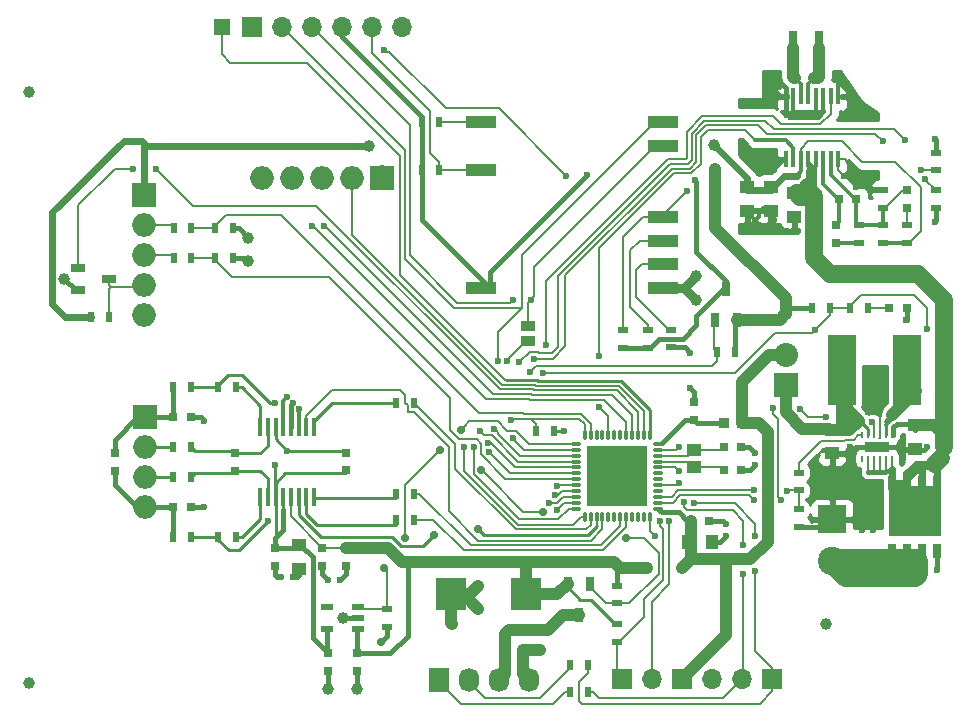
<source format=gtl>
G04 #@! TF.FileFunction,Copper,L1,Top,Signal*
%FSLAX46Y46*%
G04 Gerber Fmt 4.6, Leading zero omitted, Abs format (unit mm)*
G04 Created by KiCad (PCBNEW 4.0.7) date 2018 October 22, Monday 01:25:24*
%MOMM*%
%LPD*%
G01*
G04 APERTURE LIST*
%ADD10C,0.050000*%
%ADD11C,1.000000*%
%ADD12R,0.750000X0.800000*%
%ADD13R,0.800000X0.750000*%
%ADD14C,2.400000*%
%ADD15R,2.400000X2.400000*%
%ADD16R,2.032000X2.032000*%
%ADD17O,2.032000X2.032000*%
%ADD18R,0.889000X0.889000*%
%ADD19R,1.700000X1.700000*%
%ADD20O,1.700000X1.700000*%
%ADD21R,0.900000X0.500000*%
%ADD22R,0.500000X0.900000*%
%ADD23O,0.280000X0.850000*%
%ADD24O,0.850000X0.280000*%
%ADD25R,5.100000X5.100000*%
%ADD26R,0.450000X1.500000*%
%ADD27R,1.249680X0.998220*%
%ADD28R,2.450000X5.900000*%
%ADD29R,0.800000X2.900000*%
%ADD30R,0.381000X1.397000*%
%ADD31O,1.998980X1.998980*%
%ADD32R,1.998980X1.998980*%
%ADD33R,2.500000X1.100000*%
%ADD34R,1.270000X0.965200*%
%ADD35R,0.700000X1.200000*%
%ADD36R,4.500000X4.290000*%
%ADD37R,1.550000X1.600000*%
%ADD38R,1.550000X1.200000*%
%ADD39R,2.000000X0.900000*%
%ADD40R,0.250000X0.600000*%
%ADD41C,0.604800*%
%ADD42C,0.609600*%
%ADD43R,0.650000X1.220000*%
%ADD44R,1.220000X0.650000*%
%ADD45R,1.250000X1.000000*%
%ADD46R,1.000000X1.250000*%
%ADD47R,2.550000X2.700000*%
%ADD48R,1.727200X2.032000*%
%ADD49O,1.727200X2.032000*%
%ADD50R,1.350000X1.350000*%
%ADD51R,1.000000X0.550000*%
%ADD52C,0.700000*%
%ADD53C,0.600000*%
%ADD54C,0.400000*%
%ADD55C,1.000000*%
%ADD56C,0.250000*%
%ADD57C,0.200000*%
%ADD58C,0.800000*%
%ADD59C,0.300000*%
%ADD60C,0.600000*%
%ADD61C,1.500000*%
%ADD62C,0.280000*%
%ADD63C,0.350000*%
%ADD64C,0.500000*%
%ADD65C,2.000000*%
%ADD66C,0.254000*%
G04 APERTURE END LIST*
D10*
D11*
X66210000Y5005000D03*
X-1290000Y50005000D03*
D12*
X55000000Y22250000D03*
X55000000Y23750000D03*
D13*
X57500000Y20000000D03*
X59000000Y20000000D03*
X57500000Y18000000D03*
X59000000Y18000000D03*
X56250000Y13705000D03*
X54750000Y13705000D03*
X39000000Y2750000D03*
X40500000Y2750000D03*
X71500000Y31750000D03*
X73000000Y31750000D03*
D12*
X5940000Y19440000D03*
X5940000Y17940000D03*
D13*
X10905000Y22500000D03*
X12405000Y22500000D03*
X10905000Y14880000D03*
X12405000Y14880000D03*
D12*
X16100000Y17940000D03*
X16100000Y19440000D03*
X25500000Y18000000D03*
X25500000Y19500000D03*
X25545000Y11440000D03*
X25545000Y9940000D03*
X23545000Y9940000D03*
X23545000Y11440000D03*
X19545000Y9940000D03*
X19545000Y11440000D03*
D14*
X66690000Y10355000D03*
D15*
X66690000Y13855000D03*
D16*
X62750000Y25250000D03*
D17*
X62750000Y27790000D03*
D18*
X57500000Y22000000D03*
X59024000Y22000000D03*
D19*
X61600000Y330000D03*
D20*
X59060000Y330000D03*
D19*
X48900000Y330000D03*
D20*
X51440000Y330000D03*
D21*
X63890000Y16305000D03*
X63890000Y17805000D03*
X63890000Y13205000D03*
X63890000Y14705000D03*
X73000000Y38750000D03*
X73000000Y37250000D03*
X71000000Y41750000D03*
X71000000Y40250000D03*
X71000000Y37250000D03*
X71000000Y38750000D03*
X48490000Y3455000D03*
X48490000Y4955000D03*
X75490000Y43405000D03*
X75490000Y44905000D03*
X75490000Y41705000D03*
X75490000Y40205000D03*
D22*
X65000000Y31750000D03*
X66500000Y31750000D03*
X68250000Y31750000D03*
X69750000Y31750000D03*
X31940000Y47455000D03*
X33440000Y47455000D03*
X12405000Y17420000D03*
X10905000Y17420000D03*
X12405000Y19960000D03*
X10905000Y19960000D03*
X12405000Y25040000D03*
X10905000Y25040000D03*
X12405000Y12340000D03*
X10905000Y12340000D03*
X16215000Y12340000D03*
X14715000Y12340000D03*
X16215000Y25040000D03*
X14715000Y25040000D03*
X31295000Y23690000D03*
X29795000Y23690000D03*
X31295000Y16010000D03*
X29795000Y16010000D03*
X31295000Y13810000D03*
X29795000Y13810000D03*
X5450000Y31000000D03*
X3950000Y31000000D03*
X12450000Y38500000D03*
X10950000Y38500000D03*
X10950000Y36000000D03*
X12450000Y36000000D03*
X15950000Y38500000D03*
X14450000Y38500000D03*
X14450000Y36000000D03*
X15950000Y36000000D03*
D23*
X51250000Y20975000D03*
X50750000Y20975000D03*
X50250000Y20975000D03*
X49750000Y20975000D03*
X49250000Y20975000D03*
X48750000Y20975000D03*
X48250000Y20975000D03*
X47750000Y20975000D03*
X47250000Y20975000D03*
X46750000Y20975000D03*
X46250000Y20975000D03*
X45750000Y20975000D03*
D24*
X45025000Y20250000D03*
X45025000Y19750000D03*
X45025000Y19250000D03*
X45025000Y18750000D03*
X45025000Y18250000D03*
X45025000Y17750000D03*
X45025000Y17250000D03*
X45025000Y16750000D03*
X45025000Y16250000D03*
X45025000Y15750000D03*
X45025000Y15250000D03*
X45025000Y14750000D03*
D23*
X45750000Y14025000D03*
X46250000Y14025000D03*
X46750000Y14025000D03*
X47250000Y14025000D03*
X47750000Y14025000D03*
X48250000Y14025000D03*
X48750000Y14025000D03*
X49250000Y14025000D03*
X49750000Y14025000D03*
X50250000Y14025000D03*
X50750000Y14025000D03*
X51250000Y14025000D03*
D24*
X51975000Y14750000D03*
X51975000Y15250000D03*
X51975000Y15750000D03*
X51975000Y16250000D03*
X51975000Y16750000D03*
X51975000Y17250000D03*
X51975000Y17750000D03*
X51975000Y18250000D03*
X51975000Y18750000D03*
X51975000Y19250000D03*
X51975000Y19750000D03*
X51975000Y20250000D03*
D25*
X48500000Y17500000D03*
D26*
X22820000Y21640000D03*
X22170000Y21640000D03*
X21520000Y21640000D03*
X20870000Y21640000D03*
X20220000Y21640000D03*
X19570000Y21640000D03*
X18920000Y21640000D03*
X18270000Y21640000D03*
X18270000Y15740000D03*
X18920000Y15740000D03*
X19570000Y15740000D03*
X20220000Y15740000D03*
X20870000Y15740000D03*
X21520000Y15740000D03*
X22170000Y15740000D03*
X22820000Y15740000D03*
D27*
X55000000Y19749300D03*
X55000000Y18250700D03*
D19*
X53980000Y330000D03*
D20*
X56520000Y330000D03*
D12*
X67000000Y37250000D03*
X67000000Y38750000D03*
D13*
X68750000Y41000000D03*
X67250000Y41000000D03*
D12*
X73000000Y40250000D03*
X73000000Y41750000D03*
D28*
X73065000Y26455000D03*
X67515000Y26455000D03*
D29*
X65600000Y53750000D03*
X63400000Y53750000D03*
D21*
X69000000Y37250000D03*
X69000000Y38750000D03*
D30*
X67222500Y49667000D03*
X66587500Y49667000D03*
X65952500Y49667000D03*
X65317500Y49667000D03*
X64682500Y49667000D03*
X64047500Y49667000D03*
X63412500Y49667000D03*
X62777500Y49667000D03*
X62777500Y44333000D03*
X63412500Y44333000D03*
X64047500Y44333000D03*
X64682500Y44333000D03*
X65317500Y44333000D03*
X65952500Y44333000D03*
X66587500Y44333000D03*
X67222500Y44333000D03*
D31*
X20960000Y42760000D03*
D32*
X28580000Y42760000D03*
D31*
X26040000Y42760000D03*
X23500000Y42760000D03*
X18420000Y42760000D03*
X8480000Y14880000D03*
D32*
X8480000Y22500000D03*
D31*
X8480000Y19960000D03*
X8480000Y17420000D03*
X8440000Y33680000D03*
D32*
X8440000Y41300000D03*
D31*
X8440000Y38760000D03*
X8440000Y36220000D03*
X8440000Y31140000D03*
D19*
X17610000Y55500000D03*
D20*
X20150000Y55500000D03*
X22690000Y55500000D03*
X25230000Y55500000D03*
X27770000Y55500000D03*
X30310000Y55500000D03*
D22*
X31940000Y43455000D03*
X33440000Y43455000D03*
D21*
X53090000Y28405000D03*
X53090000Y29905000D03*
X48990000Y28395000D03*
X48990000Y29895000D03*
X51085000Y28395000D03*
X51085000Y29895000D03*
D33*
X36990000Y47455000D03*
X36990000Y43455000D03*
X36990000Y33455000D03*
X52390000Y33455000D03*
X52390000Y35455000D03*
X52390000Y37455000D03*
X52390000Y39455000D03*
X52390000Y45455000D03*
X52390000Y47455000D03*
D34*
X40940000Y28935000D03*
X40940000Y30205000D03*
D35*
X71780000Y11155000D03*
X73050000Y11155000D03*
X74330000Y11155000D03*
X75600000Y11155000D03*
X75600000Y16955000D03*
X74330000Y16955000D03*
X73050000Y16955000D03*
X71780000Y16955000D03*
D36*
X73690000Y14555000D03*
D37*
X72600000Y15305000D03*
X74780000Y15305000D03*
D38*
X72600000Y13305000D03*
X74780000Y13305000D03*
D39*
X70500000Y20000000D03*
D40*
X70750000Y21000000D03*
D41*
X71250000Y20000000D03*
D42*
X69750000Y20000000D03*
D40*
X71750000Y21000000D03*
X71250000Y21000000D03*
X70250000Y21000000D03*
X69750000Y21000000D03*
X69250000Y21000000D03*
X69250000Y19000000D03*
X69750000Y19000000D03*
X70250000Y19000000D03*
X70750000Y19000000D03*
X71250000Y19000000D03*
X71750000Y19000000D03*
D11*
X-1290000Y5000D03*
D43*
X46200000Y8370000D03*
X44300000Y8370000D03*
X45250000Y5750000D03*
X56760000Y30695000D03*
X58660000Y30695000D03*
X57710000Y33315000D03*
D44*
X2885000Y35160000D03*
X2885000Y33260000D03*
X5505000Y34210000D03*
D45*
X73690000Y21805000D03*
X73690000Y19805000D03*
X63500000Y41455000D03*
X63500000Y39455000D03*
X66690000Y21455000D03*
X66690000Y19455000D03*
X59500000Y42000000D03*
X59500000Y40000000D03*
X61500000Y42000000D03*
X61500000Y40000000D03*
D46*
X56500000Y11955000D03*
X54500000Y11955000D03*
D47*
X40810000Y7505000D03*
X34460000Y7505000D03*
D45*
X21545000Y9690000D03*
X21545000Y11690000D03*
D22*
X43110000Y21305000D03*
X41610000Y21305000D03*
D21*
X48500000Y8250000D03*
X48500000Y6750000D03*
D22*
X58460000Y28005000D03*
X56960000Y28005000D03*
D48*
X33420000Y250000D03*
D49*
X35960000Y250000D03*
X38500000Y250000D03*
X41040000Y250000D03*
D50*
X15000000Y55500000D03*
D22*
X46000000Y-750000D03*
X44500000Y-750000D03*
X46000000Y1500000D03*
X44500000Y1500000D03*
D12*
X26500000Y2500000D03*
X26500000Y1000000D03*
X24000000Y2500000D03*
X24000000Y1000000D03*
D21*
X29000000Y4750000D03*
X29000000Y6250000D03*
D51*
X26550000Y4550000D03*
X26550000Y5500000D03*
X26550000Y6450000D03*
X23950000Y6450000D03*
X23950000Y4550000D03*
D52*
X28500000Y3500000D03*
D11*
X34500000Y5000000D03*
X36750000Y6250000D03*
X36750000Y8250000D03*
X42000000Y2750000D03*
X25250000Y5500000D03*
X26500000Y-500000D03*
X24000000Y-500000D03*
D53*
X44010000Y21305000D03*
D11*
X1695000Y34210000D03*
D53*
X21045000Y8960010D03*
X20045000Y8960010D03*
D11*
X17245000Y37690000D03*
X17245000Y35690000D03*
D53*
X63190000Y47955000D03*
X68690000Y41955000D03*
X69690000Y41955000D03*
X69690000Y42955000D03*
X68190000Y43955000D03*
X68690000Y42955000D03*
X67690000Y42955000D03*
X62190000Y50455000D03*
X61690000Y49455000D03*
X62190000Y51455000D03*
X61190000Y50455000D03*
X61190000Y51455000D03*
X65190000Y47955000D03*
X64190000Y47955000D03*
X70190000Y12955000D03*
X69190000Y12955000D03*
X69190000Y13955000D03*
X70190000Y13955000D03*
X70190000Y14955000D03*
X69190000Y14955000D03*
X65190000Y15955000D03*
X66190000Y15955000D03*
X67190000Y15955000D03*
X68190000Y15955000D03*
X69190000Y15955000D03*
X70190000Y15955000D03*
X70190000Y16955000D03*
X69190000Y16955000D03*
X68190000Y16955000D03*
X67190000Y16955000D03*
X66190000Y16955000D03*
X65190000Y16955000D03*
X65190000Y17955000D03*
X66190000Y17955000D03*
X67190000Y17955000D03*
X68190000Y17955000D03*
X68190000Y18955000D03*
X68190000Y19955000D03*
X48500000Y17500000D03*
X53690000Y16955000D03*
X53690000Y17955000D03*
X53690000Y19955000D03*
X48500000Y17500000D03*
X51690000Y12455000D03*
X57690000Y12455000D03*
X57690000Y13455000D03*
X60190000Y18455000D03*
X60190000Y19455000D03*
X54690000Y24955000D03*
X54690000Y27955000D03*
D11*
X55190000Y32455000D03*
X55190000Y34455000D03*
D53*
X20545000Y24190000D03*
X21545000Y23190000D03*
X21045000Y23690000D03*
X24045000Y8690000D03*
X25045000Y8690000D03*
X69690000Y22955000D03*
X70690000Y25955000D03*
X69690000Y25955000D03*
X69690000Y24955000D03*
X70690000Y24955000D03*
X70690000Y23955000D03*
X69690000Y23955000D03*
X72690000Y20755000D03*
X74690000Y19955000D03*
X72690000Y18955000D03*
X72690000Y19955000D03*
X61790000Y39155000D03*
X63790000Y38255000D03*
X62890000Y38255000D03*
X61790000Y38255000D03*
X60890000Y38455000D03*
X60190000Y39155000D03*
X60690000Y43455000D03*
X60690000Y44555000D03*
X61790000Y44555000D03*
X61790000Y43455000D03*
X70390000Y48055000D03*
X69490000Y48755000D03*
X69490000Y48055000D03*
X68490000Y48055000D03*
X68490000Y48755000D03*
X68490000Y49655000D03*
X67190000Y51155000D03*
X75390000Y46055000D03*
X75390000Y39055000D03*
X75590000Y9555000D03*
X72990000Y30755000D03*
X13545000Y22190000D03*
X13545000Y14940000D03*
X70690000Y22955000D03*
D11*
X51000000Y9750000D03*
X54000000Y9750000D03*
X56790000Y43555000D03*
X62690000Y31205000D03*
D53*
X19519990Y23690022D03*
X19545000Y18440000D03*
X36880890Y21291084D03*
X72890000Y45955000D03*
X40190000Y27155004D03*
X74190000Y43455000D03*
X70990000Y45855000D03*
X41470423Y27455078D03*
X37590000Y20355000D03*
X74590000Y42655000D03*
D11*
X27500000Y45500000D03*
X56710000Y45504994D03*
D53*
X43441377Y14657166D03*
X52115078Y13705814D03*
X42700045Y15221096D03*
X52914662Y13679662D03*
X9460000Y43505000D03*
X7460000Y43505000D03*
X60090000Y16355000D03*
X62890000Y16255000D03*
X65210000Y29875000D03*
X74710000Y30005042D03*
X42190000Y26255000D03*
X37640000Y19553544D03*
X66210000Y22505000D03*
X60090000Y15455000D03*
X61690000Y23255000D03*
X63990000Y23155002D03*
X62390012Y15455000D03*
X70090000Y22055000D03*
X42490000Y28655000D03*
X39490000Y22255000D03*
D52*
X35230867Y21438387D03*
X33500000Y19750000D03*
X30500000Y12250000D03*
X28750000Y9750000D03*
X33000000Y12500000D03*
X36750000Y13000000D03*
D53*
X46990000Y23355006D03*
X46955674Y27655011D03*
X38090010Y21541216D03*
X41112665Y26329121D03*
X39209233Y27288477D03*
X36338439Y20005863D03*
X35500000Y20000000D03*
X38409495Y27267555D03*
X23690000Y38705000D03*
X22690000Y38705000D03*
X28790000Y53555000D03*
X54390000Y41654992D03*
X44190000Y42955000D03*
X55117602Y42548893D03*
X45940000Y43005010D03*
X41190000Y32455000D03*
X39690000Y32455000D03*
D52*
X49250000Y12250000D03*
X42250000Y14500000D03*
X37000000Y18000000D03*
D53*
X39665728Y20730728D03*
X18894990Y13689589D03*
X20569998Y19640000D03*
X43440000Y16705000D03*
X54111236Y15304977D03*
X59190000Y9205000D03*
X59190000Y11705000D03*
X60190000Y12455000D03*
X60190000Y9455000D03*
X43215888Y15895132D03*
X54960484Y15204979D03*
D54*
X29000000Y4750000D02*
X29000000Y4000000D01*
X29000000Y4000000D02*
X28500000Y3500000D01*
D55*
X34460000Y7505000D02*
X34460000Y5040000D01*
X34460000Y5040000D02*
X34500000Y5000000D01*
X34460000Y7505000D02*
X35495000Y7505000D01*
X35495000Y7505000D02*
X36750000Y6250000D01*
X34460000Y7505000D02*
X36005000Y7505000D01*
X36005000Y7505000D02*
X36750000Y8250000D01*
X40500000Y2750000D02*
X42000000Y2750000D01*
X40500000Y2750000D02*
X40500000Y790000D01*
X40500000Y790000D02*
X41040000Y250000D01*
D54*
X26550000Y5500000D02*
X25250000Y5500000D01*
X26500000Y1000000D02*
X26500000Y-500000D01*
X24000000Y1000000D02*
X24000000Y-500000D01*
X60190000Y39155000D02*
X60190000Y39025000D01*
X60190000Y39025000D02*
X60210000Y39005000D01*
D56*
X43110000Y21305000D02*
X44010000Y21305000D01*
D54*
X33860000Y8105000D02*
X34460000Y7505000D01*
X34460000Y7505000D02*
X33610000Y7505000D01*
X2885000Y33260000D02*
X2645000Y33260000D01*
X2645000Y33260000D02*
X1695000Y34210000D01*
X21365010Y8960010D02*
X21045000Y8960010D01*
X21545000Y9940000D02*
X21545000Y9140000D01*
X19545000Y9940000D02*
X19545000Y9140000D01*
X19724990Y8960010D02*
X20045000Y8960010D01*
X19545000Y9140000D02*
X19724990Y8960010D01*
X21545000Y9140000D02*
X21365010Y8960010D01*
X71000000Y41750000D02*
X69895000Y41750000D01*
X69895000Y41750000D02*
X69690000Y41955000D01*
X15950000Y38500000D02*
X16435000Y38500000D01*
X16435000Y38500000D02*
X17245000Y37690000D01*
X15950000Y36000000D02*
X16935000Y36000000D01*
X16935000Y36000000D02*
X17245000Y35690000D01*
D57*
X62777500Y48367500D02*
X63190000Y47955000D01*
X68690000Y41955000D02*
X68690000Y42955000D01*
X69690000Y42955000D02*
X69690000Y41955000D01*
X67222500Y44333000D02*
X67812000Y44333000D01*
X67812000Y44333000D02*
X68190000Y43955000D01*
X68690000Y42955000D02*
X68690000Y43455000D01*
X67222500Y44333000D02*
X67222500Y43422500D01*
X67222500Y43422500D02*
X67690000Y42955000D01*
X61690000Y49455000D02*
X61690000Y49955000D01*
X61690000Y49955000D02*
X62190000Y50455000D01*
X61190000Y50455000D02*
X62190000Y51455000D01*
X61790000Y51655000D02*
X61390000Y51655000D01*
X61390000Y51655000D02*
X61190000Y51455000D01*
D54*
X62890001Y48254999D02*
X63190000Y47955000D01*
X62777500Y48367500D02*
X62890001Y48254999D01*
X62777500Y49667000D02*
X62777500Y48367500D01*
X63090000Y47955000D02*
X63190000Y47955000D01*
X65490000Y47955000D02*
X65190000Y47955000D01*
X65190000Y47955000D02*
X64190000Y47955000D01*
D57*
X64090000Y48055000D02*
X64190000Y47955000D01*
D54*
X64190000Y47955000D02*
X63690000Y47955000D01*
D57*
X63390000Y48055000D02*
X64090000Y48055000D01*
X65190000Y18955000D02*
X65190000Y17955000D01*
X65940000Y19705000D02*
X65190000Y18955000D01*
D54*
X66690000Y19705000D02*
X65940000Y19705000D01*
D57*
X69190000Y13955000D02*
X69190000Y12955000D01*
X70190000Y14955000D02*
X70190000Y13955000D01*
X65190000Y15955000D02*
X68190000Y15955000D01*
X68190000Y15955000D02*
X69190000Y14955000D01*
X67190000Y15955000D02*
X66190000Y15955000D01*
X69190000Y15955000D02*
X68190000Y15955000D01*
X69190000Y16955000D02*
X70190000Y16955000D01*
X67190000Y16955000D02*
X68190000Y16955000D01*
X65190000Y16955000D02*
X66190000Y16955000D01*
X66190000Y17955000D02*
X65190000Y17955000D01*
X67190000Y17955000D02*
X66190000Y17955000D01*
X68190000Y18955000D02*
X68190000Y17955000D01*
X68614264Y19955000D02*
X68190000Y19955000D01*
X68690000Y19955000D02*
X68614264Y19955000D01*
X68735000Y20000000D02*
X68690000Y19955000D01*
D54*
X70500000Y20000000D02*
X68735000Y20000000D01*
D57*
X50696011Y19461011D02*
X49190000Y17955000D01*
X48500000Y17500000D02*
X48500000Y16265000D01*
X48196011Y19461011D02*
X46690000Y17955000D01*
X51975000Y16750000D02*
X53485000Y16750000D01*
X53485000Y16750000D02*
X53690000Y16955000D01*
X51975000Y18250000D02*
X53395000Y18250000D01*
X53395000Y18250000D02*
X53690000Y17955000D01*
X51975000Y19750000D02*
X53485000Y19750000D01*
X53485000Y19750000D02*
X53690000Y19955000D01*
X51250000Y12895000D02*
X51690000Y12455000D01*
X51250000Y14025000D02*
X51250000Y12895000D01*
D54*
X56250000Y11955000D02*
X57190000Y11955000D01*
X57190000Y11955000D02*
X57690000Y12455000D01*
X56250000Y13705000D02*
X57440000Y13705000D01*
X57440000Y13705000D02*
X57690000Y13455000D01*
X59000000Y18000000D02*
X59735000Y18000000D01*
X59735000Y18000000D02*
X60190000Y18455000D01*
X59000000Y20000000D02*
X59645000Y20000000D01*
X59645000Y20000000D02*
X60190000Y19455000D01*
X55000000Y23750000D02*
X55000000Y24645000D01*
X55000000Y24645000D02*
X54690000Y24955000D01*
X53090000Y28405000D02*
X54240000Y28405000D01*
X54240000Y28405000D02*
X54690000Y27955000D01*
D58*
X55190000Y32455000D02*
X54190000Y33455000D01*
X51690000Y33455000D02*
X54190000Y33455000D01*
X54190000Y33455000D02*
X55190000Y34455000D01*
D59*
X20220000Y21640000D02*
X20220000Y23865000D01*
X20220000Y23865000D02*
X20545000Y24190000D01*
X21520000Y21640000D02*
X21520000Y23165000D01*
X21520000Y23165000D02*
X21545000Y23190000D01*
D54*
X20870000Y21640000D02*
X20870000Y23515000D01*
X20870000Y23515000D02*
X21045000Y23690000D01*
X23545000Y9940000D02*
X23545000Y9190000D01*
X23545000Y9190000D02*
X24045000Y8690000D01*
X25545000Y9940000D02*
X25545000Y9190000D01*
X25545000Y9190000D02*
X25045000Y8690000D01*
X70690000Y25955000D02*
X70690000Y23955000D01*
X70690000Y23955000D02*
X69690000Y22955000D01*
X69690000Y24955000D02*
X69690000Y25955000D01*
X70690000Y23955000D02*
X70690000Y24955000D01*
X70690000Y22955000D02*
X69690000Y23955000D01*
X72690000Y18955000D02*
X72690000Y20755000D01*
X72690000Y20755000D02*
X72690000Y20955000D01*
X72690000Y19955000D02*
X72690000Y20755000D01*
X73690000Y19705000D02*
X74440000Y19705000D01*
X74440000Y19705000D02*
X74690000Y19955000D01*
X71250000Y20000000D02*
X72645000Y20000000D01*
X72645000Y20000000D02*
X72690000Y19955000D01*
X73690000Y19705000D02*
X72940000Y19705000D01*
X72940000Y19705000D02*
X72690000Y19955000D01*
X63890000Y13205000D02*
X66040000Y13205000D01*
X66040000Y13205000D02*
X66690000Y13855000D01*
D59*
X60490000Y39915000D02*
X60489999Y39454999D01*
X60489999Y39454999D02*
X60190000Y39155000D01*
X61500000Y40250000D02*
X60825000Y40250000D01*
X60825000Y40250000D02*
X60490000Y39915000D01*
X62890000Y38255000D02*
X63790000Y38255000D01*
X60890000Y38455000D02*
X61590000Y38455000D01*
X61590000Y38455000D02*
X61790000Y38255000D01*
X59500000Y40250000D02*
X59500000Y39845000D01*
X59500000Y39845000D02*
X60190000Y39155000D01*
X61790000Y44555000D02*
X60690000Y44555000D01*
X62777500Y44333000D02*
X62668000Y44333000D01*
X62668000Y44333000D02*
X61790000Y43455000D01*
D54*
X69490000Y48055000D02*
X69490000Y48755000D01*
X68490000Y48755000D02*
X68490000Y48055000D01*
X67190000Y51155000D02*
X67190000Y50955000D01*
X67190000Y50955000D02*
X68490000Y49655000D01*
X62777500Y49667000D02*
X62278000Y49667000D01*
X62278000Y49667000D02*
X61690000Y50255000D01*
D59*
X63412500Y49667000D02*
X63412500Y48855000D01*
X63412500Y48855000D02*
X63412500Y48377500D01*
D54*
X63690000Y47955000D02*
X63090000Y47955000D01*
X65861379Y48383629D02*
X65861379Y48326379D01*
X65861379Y48326379D02*
X65490000Y47955000D01*
X63689999Y48055001D02*
X63390000Y48355000D01*
X63690000Y47955000D02*
X63689999Y48055001D01*
X65090000Y48355000D02*
X65790000Y48355000D01*
X65790000Y48355000D02*
X65890000Y48455000D01*
X63390000Y48355000D02*
X65190000Y48355000D01*
X65190000Y48355000D02*
X65290000Y48455000D01*
X61590000Y51255000D02*
X61590000Y50355000D01*
X61590000Y50355000D02*
X61690000Y50255000D01*
X61490000Y50255000D02*
X61490000Y51655000D01*
X62190000Y50955000D02*
X61490000Y50955000D01*
D59*
X63412500Y48377500D02*
X63390000Y48355000D01*
X65317500Y49667000D02*
X65317500Y48482500D01*
X65317500Y48482500D02*
X65290000Y48455000D01*
X65952500Y49667000D02*
X65952500Y48517500D01*
X65952500Y48517500D02*
X65890000Y48455000D01*
X67222500Y49667000D02*
X67222500Y51122500D01*
X67222500Y51122500D02*
X67190000Y51155000D01*
D54*
X62777500Y49667000D02*
X62777500Y50367500D01*
X62777500Y50367500D02*
X62190000Y50955000D01*
X75490000Y44905000D02*
X75490000Y45955000D01*
X75490000Y45955000D02*
X75390000Y46055000D01*
X75490000Y40205000D02*
X75490000Y39155000D01*
X75490000Y39155000D02*
X75390000Y39055000D01*
X75600000Y11155000D02*
X75600000Y9565000D01*
X75600000Y9565000D02*
X75590000Y9555000D01*
X73000000Y31750000D02*
X73000000Y30765000D01*
X73000000Y30765000D02*
X72990000Y30755000D01*
X12405000Y22500000D02*
X13235000Y22500000D01*
X13235000Y22500000D02*
X13545000Y22190000D01*
X12405000Y14880000D02*
X13485000Y14880000D01*
X13485000Y14880000D02*
X13545000Y14940000D01*
D57*
X70750000Y22895000D02*
X70690000Y22955000D01*
X70750000Y21000000D02*
X70750000Y22895000D01*
X70750000Y21000000D02*
X70750000Y20750001D01*
X70750000Y20750001D02*
X70690000Y20750001D01*
D56*
X46245000Y7000000D02*
X45385000Y7000000D01*
X45385000Y7000000D02*
X44300000Y8085000D01*
X44300000Y8085000D02*
X44300000Y8370000D01*
X48490000Y4955000D02*
X48290000Y4955000D01*
X48290000Y4955000D02*
X46245000Y7000000D01*
D54*
X48500000Y8250000D02*
X48500000Y9500000D01*
X48500000Y9500000D02*
X48750000Y9750000D01*
D55*
X51000000Y9750000D02*
X49750000Y9750000D01*
X49750000Y9750000D02*
X48750000Y9750000D01*
D54*
X48490000Y4955000D02*
X48690000Y4955000D01*
D55*
X40810000Y7505000D02*
X43435000Y7505000D01*
X43435000Y7505000D02*
X44300000Y8370000D01*
X41000000Y10250000D02*
X48250000Y10250000D01*
X30250000Y10250000D02*
X41000000Y10250000D01*
X41000000Y10250000D02*
X40810000Y10060000D01*
X40810000Y10060000D02*
X40810000Y7505000D01*
X25545000Y11440000D02*
X29060000Y11440000D01*
X29060000Y11440000D02*
X30250000Y10250000D01*
X48250000Y10250000D02*
X48750000Y9750000D01*
D54*
X26500000Y2500000D02*
X29250000Y2500000D01*
X30750000Y10000000D02*
X30500000Y10250000D01*
X29250000Y2500000D02*
X30750000Y4000000D01*
X30750000Y4000000D02*
X30750000Y10000000D01*
X26500000Y2500000D02*
X26500000Y4500000D01*
X26500000Y4500000D02*
X26550000Y4550000D01*
D55*
X54875000Y10455000D02*
X54705000Y10455000D01*
X54705000Y10455000D02*
X54000000Y9750000D01*
D54*
X58460000Y28005000D02*
X58460000Y30495000D01*
X58460000Y30495000D02*
X58660000Y30695000D01*
D55*
X62750000Y32055000D02*
X62750000Y32565000D01*
X62750000Y32565000D02*
X56790000Y38525000D01*
X56790000Y38525000D02*
X56790000Y43555000D01*
X62690000Y31205000D02*
X62240000Y30755000D01*
X62240000Y30755000D02*
X58720000Y30755000D01*
X58720000Y30755000D02*
X58660000Y30695000D01*
X54750000Y11955000D02*
X54750000Y13705000D01*
X56250000Y10455000D02*
X54875000Y10455000D01*
X54875000Y10455000D02*
X54750000Y10580000D01*
X54750000Y10580000D02*
X54750000Y11955000D01*
X53980000Y330000D02*
X57690000Y4040000D01*
X57690000Y4040000D02*
X57690000Y10455000D01*
X57690000Y10455000D02*
X56250000Y10455000D01*
X60468500Y22000000D02*
X61240002Y21228498D01*
X61240002Y21228498D02*
X61240002Y11950998D01*
X59024000Y22000000D02*
X60468500Y22000000D01*
D54*
X65000000Y31750000D02*
X63235000Y31750000D01*
X63235000Y31750000D02*
X62690000Y31205000D01*
D55*
X62750000Y32055000D02*
X62750000Y31265000D01*
D54*
X63055000Y31750000D02*
X62750000Y32055000D01*
X54750000Y13705000D02*
X54440000Y13705000D01*
X54440000Y13705000D02*
X53690000Y14455000D01*
X53690000Y14455000D02*
X52270000Y14455000D01*
X52270000Y14455000D02*
X52065010Y14659990D01*
D55*
X62750000Y31265000D02*
X62690000Y31205000D01*
X59744004Y10455000D02*
X56250000Y10455000D01*
X61240002Y11950998D02*
X59744004Y10455000D01*
D57*
X23545000Y11440000D02*
X23545000Y11465000D01*
X20870000Y14790000D02*
X20870000Y15740000D01*
X23545000Y11465000D02*
X20870000Y14140000D01*
X20870000Y14140000D02*
X20870000Y14790000D01*
X25545000Y11440000D02*
X23545000Y11440000D01*
X26545000Y11440000D02*
X25545000Y11440000D01*
D55*
X28580000Y43315000D02*
X28580000Y42760000D01*
X62750000Y27790000D02*
X61313160Y27790000D01*
X61313160Y27790000D02*
X59024000Y25500840D01*
X59024000Y25500840D02*
X59024000Y22000000D01*
D54*
X40810000Y7505000D02*
X40810000Y7105000D01*
D56*
X19570000Y15740000D02*
X19570000Y12265000D01*
X19570000Y12265000D02*
X19545000Y12240000D01*
D54*
X23950000Y4550000D02*
X23950000Y2550000D01*
X23950000Y2550000D02*
X24000000Y2500000D01*
X21545000Y11690000D02*
X21670000Y11690000D01*
X21670000Y11690000D02*
X22719999Y10640001D01*
X22719999Y10640001D02*
X22719999Y3805001D01*
X22719999Y3805001D02*
X24000000Y2525000D01*
X24000000Y2525000D02*
X24000000Y2500000D01*
D56*
X14715000Y25040000D02*
X14715000Y25240000D01*
X14715000Y25240000D02*
X15565000Y26090000D01*
X15565000Y26090000D02*
X16695748Y26090000D01*
X16695748Y26090000D02*
X19095726Y23690022D01*
X19095726Y23690022D02*
X19519990Y23690022D01*
X19545000Y18015736D02*
X19545000Y18440000D01*
X19545000Y16525000D02*
X19545000Y18015736D01*
X19570000Y16500000D02*
X19545000Y16525000D01*
X19570000Y16965000D02*
X19570000Y16500000D01*
X25545000Y17740000D02*
X20345000Y17740000D01*
X20345000Y17740000D02*
X19570000Y16965000D01*
X19570000Y16500000D02*
X19570000Y15740000D01*
X14715000Y25040000D02*
X12405000Y25040000D01*
D54*
X21545000Y11415000D02*
X21545000Y11440000D01*
X21545000Y11440000D02*
X19545000Y11440000D01*
D56*
X20220000Y15740000D02*
X20220000Y14604998D01*
D54*
X20220000Y12915000D02*
X20220000Y14604998D01*
X19545000Y12240000D02*
X20220000Y12915000D01*
X19545000Y11440000D02*
X19545000Y12240000D01*
D55*
X66390000Y21505000D02*
X64159996Y21505000D01*
X62750000Y23234000D02*
X62750000Y25250000D01*
X64159996Y21505000D02*
X62750000Y22914996D01*
X62750000Y22914996D02*
X62750000Y23234000D01*
X68140012Y21405012D02*
X68140012Y22405012D01*
X68140012Y22405012D02*
X68440000Y22705000D01*
X67515000Y26455000D02*
X67515000Y22030024D01*
X67515000Y22030024D02*
X68140012Y21405012D01*
X68140012Y21405012D02*
X68940000Y22205000D01*
X66890012Y21405012D02*
X68140012Y21405012D01*
D56*
X69750000Y21479986D02*
X69024986Y22205000D01*
X69024986Y22205000D02*
X68940000Y22205000D01*
X69750000Y21000000D02*
X69750000Y21479986D01*
D55*
X67915000Y26455000D02*
X67915000Y23230000D01*
X67915000Y23230000D02*
X68440000Y22705000D01*
X68440000Y22705000D02*
X68940000Y22205000D01*
D57*
X67795000Y24350000D02*
X67795000Y26335000D01*
X67795000Y26335000D02*
X67915000Y26455000D01*
D54*
X55000000Y22250000D02*
X54225000Y22250000D01*
X54225000Y22250000D02*
X52315010Y20340010D01*
X57500000Y22000000D02*
X55250000Y22000000D01*
X55250000Y22000000D02*
X55000000Y22250000D01*
D57*
X55000000Y19749300D02*
X57249300Y19749300D01*
X57249300Y19749300D02*
X57500000Y20000000D01*
X51975000Y19250000D02*
X54500700Y19250000D01*
X54500700Y19250000D02*
X55000000Y19749300D01*
X55000000Y18250700D02*
X57249300Y18250700D01*
X57249300Y18250700D02*
X57500000Y18000000D01*
X51975000Y18750000D02*
X54500700Y18750000D01*
X54500700Y18750000D02*
X55000000Y18250700D01*
X69750000Y31750000D02*
X71500000Y31750000D01*
D54*
X7855000Y22500000D02*
X8480000Y22500000D01*
X5940000Y19440000D02*
X5940000Y20585000D01*
X5940000Y20585000D02*
X7855000Y22500000D01*
X8480000Y22500000D02*
X10905000Y22500000D01*
X10905000Y25040000D02*
X10905000Y22500000D01*
X8480000Y14880000D02*
X7855000Y14880000D01*
X7855000Y14880000D02*
X5940000Y16795000D01*
X5940000Y16795000D02*
X5940000Y17940000D01*
X8360000Y15000000D02*
X8480000Y14880000D01*
X8480000Y14880000D02*
X10905000Y14880000D01*
X10905000Y14880000D02*
X10905000Y12340000D01*
D56*
X14195000Y17740000D02*
X12725000Y17740000D01*
X12725000Y17740000D02*
X12405000Y17420000D01*
X16100000Y17940000D02*
X15900000Y17740000D01*
X15900000Y17740000D02*
X14195000Y17740000D01*
X18295000Y17940000D02*
X18920000Y17315000D01*
X18920000Y17315000D02*
X18920000Y15740000D01*
X16100000Y17940000D02*
X18295000Y17940000D01*
X14195000Y19640000D02*
X12725000Y19640000D01*
X12725000Y19640000D02*
X12405000Y19960000D01*
X16100000Y19440000D02*
X15900000Y19640000D01*
X15900000Y19640000D02*
X14195000Y19640000D01*
X18295000Y19440000D02*
X18920000Y20065000D01*
X18920000Y20065000D02*
X18920000Y21640000D01*
X16100000Y19440000D02*
X18295000Y19440000D01*
D57*
X45025000Y18750000D02*
X40083004Y18750000D01*
X40083004Y18750000D02*
X37878003Y20955001D01*
X37878003Y20955001D02*
X37216973Y20955001D01*
X37216973Y20955001D02*
X37180889Y20991085D01*
X37180889Y20991085D02*
X36880890Y21291084D01*
X54455689Y43954989D02*
X54790011Y44289311D01*
X54790011Y44289311D02*
X54790011Y46519311D01*
X54790011Y46519311D02*
X55875689Y47604989D01*
X55875689Y47604989D02*
X61040011Y47604989D01*
X42978001Y27954999D02*
X43490001Y28466999D01*
X43490001Y34486401D02*
X52958589Y43954989D01*
X52958589Y43954989D02*
X54455689Y43954989D01*
X72590001Y46254999D02*
X72890000Y45955000D01*
X71940013Y46904987D02*
X72590001Y46254999D01*
X41858506Y27954999D02*
X42978001Y27954999D01*
X40190000Y27155004D02*
X41090076Y28055080D01*
X41090076Y28055080D02*
X41758425Y28055080D01*
X41758425Y28055080D02*
X41858506Y27954999D01*
X43490001Y28466999D02*
X43490001Y34486401D01*
X61740013Y46904987D02*
X71940013Y46904987D01*
X61040011Y47604989D02*
X61740013Y46904987D01*
X74190000Y43455000D02*
X75440000Y43455000D01*
X75440000Y43455000D02*
X75490000Y43405000D01*
X55190022Y46353622D02*
X55190022Y44123622D01*
X70340024Y46504976D02*
X61140024Y46504976D01*
X61140024Y46504976D02*
X60440022Y47204978D01*
X43043780Y27455078D02*
X41894687Y27455078D01*
X53124278Y43554978D02*
X44090012Y34520712D01*
X41894687Y27455078D02*
X41470423Y27455078D01*
X54621378Y43554978D02*
X53124278Y43554978D01*
X44090012Y28501310D02*
X43043780Y27455078D01*
X44090012Y34520712D02*
X44090012Y28501310D01*
X60440022Y47204978D02*
X56041378Y47204978D01*
X70990000Y45855000D02*
X70340024Y46504976D01*
X56041378Y47204978D02*
X55190022Y46353622D01*
X55190022Y44123622D02*
X54621378Y43554978D01*
X39875598Y18250000D02*
X37770598Y20355000D01*
X37770598Y20355000D02*
X37590000Y20355000D01*
X45025000Y18250000D02*
X39875598Y18250000D01*
X74590000Y42655000D02*
X74590000Y42605000D01*
X74590000Y42605000D02*
X75490000Y41705000D01*
D60*
X74330000Y16955000D02*
X74330000Y18125000D01*
X74710000Y18375000D02*
X74690000Y18355000D01*
X74330000Y18125000D02*
X74710000Y18505000D01*
X74710000Y18505000D02*
X74710000Y18375000D01*
X71780000Y16955000D02*
X72730000Y16955000D01*
X72730000Y16955000D02*
X73780000Y18005000D01*
X73780000Y18005000D02*
X74210000Y18005000D01*
D57*
X71750000Y21000000D02*
X71750000Y21515000D01*
X71750000Y21515000D02*
X71875001Y21640001D01*
X71750000Y21000000D02*
X71875001Y21000000D01*
X71250000Y17895000D02*
X71690000Y17895000D01*
X71690000Y17895000D02*
X71750000Y17895000D01*
D54*
X71250000Y17955000D02*
X71630000Y17955000D01*
X71630000Y17955000D02*
X71690000Y17895000D01*
D57*
X71250000Y18500000D02*
X71250000Y17955000D01*
X71250000Y17955000D02*
X71250000Y17895000D01*
D54*
X70750000Y17895000D02*
X71190000Y17895000D01*
X71190000Y17895000D02*
X71250000Y17955000D01*
X70250000Y17895000D02*
X70750000Y17895000D01*
X69750000Y17895000D02*
X70250000Y17895000D01*
D57*
X75890000Y19955000D02*
X76190000Y19955000D01*
X75890000Y19055000D02*
X76090000Y19255000D01*
X75890000Y19955000D02*
X75890000Y19055000D01*
D61*
X76190000Y19955000D02*
X76190000Y32455000D01*
D57*
X76090000Y19255000D02*
X76190000Y19355000D01*
D61*
X76190000Y32455000D02*
X73990002Y34654998D01*
X73990002Y34654998D02*
X66490002Y34654998D01*
X66490002Y34654998D02*
X65190000Y35955000D01*
X65190000Y35955000D02*
X65190000Y37000000D01*
D55*
X73690000Y21805000D02*
X75340000Y21805000D01*
X75340000Y21805000D02*
X75890000Y21255000D01*
X75890000Y20655000D02*
X75890000Y19955000D01*
D60*
X72990000Y17755000D02*
X73190000Y17955000D01*
X73190000Y17955000D02*
X73590000Y18355000D01*
X73790000Y18555000D02*
X73190000Y17955000D01*
X75390000Y18555000D02*
X73790000Y18555000D01*
X73590000Y18355000D02*
X74690000Y18355000D01*
X74690000Y18355000D02*
X75190000Y18355000D01*
X74330000Y16955000D02*
X74330000Y15755000D01*
X74330000Y15755000D02*
X74780000Y15305000D01*
D57*
X71750000Y18155000D02*
X71750000Y17895000D01*
X71750000Y18500000D02*
X71750000Y18155000D01*
D60*
X71750000Y18155000D02*
X71750000Y16985000D01*
X71750000Y16985000D02*
X71780000Y16955000D01*
X75600000Y16955000D02*
X75600000Y18345000D01*
X75600000Y18345000D02*
X75390000Y18555000D01*
D61*
X75390000Y18555000D02*
X75890000Y19055000D01*
D60*
X75190000Y18355000D02*
X75390000Y18555000D01*
X72990000Y17265000D02*
X72990000Y17755000D01*
X73050000Y16955000D02*
X73050000Y17205000D01*
X73050000Y17205000D02*
X72990000Y17265000D01*
D57*
X71750000Y17895000D02*
X71790000Y17855000D01*
X69750000Y17895000D02*
X70750000Y17895000D01*
X70750000Y17895000D02*
X71250000Y17895000D01*
X70750000Y19000000D02*
X70750000Y18500000D01*
X70750000Y18500000D02*
X70750000Y17895000D01*
X71250000Y19000000D02*
X71250000Y18500000D01*
X71750000Y19000000D02*
X71750000Y18500000D01*
X70250000Y19000000D02*
X70250000Y17895000D01*
X69750000Y19000000D02*
X69750000Y17895000D01*
D54*
X73690000Y21455000D02*
X73190000Y21955000D01*
X71875001Y21640001D02*
X71875001Y21000000D01*
X72190000Y21955000D02*
X71875001Y21640001D01*
X73190000Y21955000D02*
X72190000Y21955000D01*
D61*
X65190000Y37000000D02*
X65190000Y41225002D01*
X65190000Y41225002D02*
X64665002Y41750000D01*
D54*
X64682500Y42947500D02*
X64682500Y42447500D01*
X64682500Y42447500D02*
X64665002Y42430002D01*
D62*
X65190000Y41955000D02*
X64395000Y41955000D01*
X64395000Y41955000D02*
X64190000Y41750000D01*
D54*
X64665002Y42930002D02*
X65190000Y42405004D01*
X65190000Y42405004D02*
X65190000Y41955000D01*
X65190000Y41955000D02*
X64690000Y41455000D01*
X64690000Y41455000D02*
X64190000Y41455000D01*
D62*
X65190000Y43455000D02*
X65190000Y41955000D01*
D61*
X63989999Y41155001D02*
X63690000Y41455000D01*
X64715001Y41155001D02*
X63989999Y41155001D01*
X64915002Y40955000D02*
X64715001Y41155001D01*
X65190000Y40955000D02*
X64915002Y40955000D01*
D54*
X65190000Y42955000D02*
X64665002Y42430002D01*
X64665002Y42430002D02*
X64665002Y41750000D01*
X65190000Y42455000D02*
X65190000Y43455000D01*
X65190000Y43455000D02*
X64738001Y43906999D01*
D62*
X64682500Y43354500D02*
X64682500Y42455000D01*
D61*
X64690000Y41955000D02*
X64485000Y41750000D01*
D54*
X64665002Y42930002D02*
X65190000Y43455000D01*
X64682500Y43354500D02*
X64847000Y43354500D01*
X64847000Y43354500D02*
X65190000Y43697500D01*
X64682500Y43354500D02*
X64682500Y42947500D01*
X64682500Y42947500D02*
X64665002Y42930002D01*
D62*
X65190000Y43697500D02*
X65190000Y43455000D01*
X65317500Y44333000D02*
X65317500Y43825000D01*
X65317500Y43825000D02*
X65190000Y43697500D01*
X64682500Y44333000D02*
X64682500Y43354500D01*
D57*
X26040000Y37966996D02*
X26040000Y41346508D01*
X26040000Y41346508D02*
X26040000Y42760000D01*
X41638222Y25180714D02*
X41563868Y25255068D01*
X50750000Y23043940D02*
X48613226Y25180714D01*
X50750000Y20975000D02*
X50750000Y23043940D01*
X48613226Y25180714D02*
X41638222Y25180714D01*
X41563868Y25255068D02*
X38751928Y25255068D01*
X38751928Y25255068D02*
X26040000Y37966996D01*
X46250000Y20975000D02*
X46250000Y21960700D01*
X45430051Y22780649D02*
X40644089Y22780649D01*
X20040000Y39605000D02*
X15355000Y39605000D01*
X15355000Y39605000D02*
X14450000Y38700000D01*
X46250000Y21960700D02*
X45430051Y22780649D01*
X40644089Y22780649D02*
X40569736Y22855002D01*
X40569736Y22855002D02*
X36789998Y22855002D01*
X36789998Y22855002D02*
X20040000Y39605000D01*
X14450000Y38700000D02*
X14450000Y38500000D01*
X12450000Y38500000D02*
X14450000Y38500000D01*
X45025000Y17250000D02*
X44400000Y17250000D01*
X44400000Y17250000D02*
X44344998Y17305002D01*
X44344998Y17305002D02*
X39039998Y17305002D01*
X39039998Y17305002D02*
X36989998Y19355002D01*
X36989998Y19355002D02*
X36989998Y20260002D01*
X36989998Y20260002D02*
X36599311Y20650689D01*
X36599311Y20650689D02*
X35099311Y20650689D01*
X35099311Y20650689D02*
X34349998Y21400002D01*
X34349998Y21400002D02*
X34349998Y24150002D01*
X34349998Y24150002D02*
X24095000Y34405000D01*
X24095000Y34405000D02*
X15845000Y34405000D01*
X15845000Y34405000D02*
X14450000Y35800000D01*
X14450000Y35800000D02*
X14450000Y36000000D01*
X12450000Y36000000D02*
X12900000Y36000000D01*
X12900000Y36000000D02*
X14450000Y36000000D01*
X5450000Y31000000D02*
X5450000Y33360000D01*
X5450000Y33360000D02*
X5640000Y33550000D01*
X5695000Y33550000D02*
X8310000Y33550000D01*
X5505000Y34210000D02*
X5505000Y33685000D01*
X5505000Y33685000D02*
X5640000Y33550000D01*
X5640000Y33550000D02*
X5695000Y33550000D01*
X8310000Y33550000D02*
X8440000Y33680000D01*
D60*
X26792894Y45500000D02*
X27500000Y45500000D01*
X8250000Y45914866D02*
X8664866Y45500000D01*
X8664866Y45500000D02*
X26792894Y45500000D01*
X8250000Y45914866D02*
X6700614Y45914866D01*
X8250000Y45914866D02*
X8440000Y45724866D01*
X8440000Y45724866D02*
X8440000Y41300000D01*
X6700614Y45914866D02*
X644999Y39859251D01*
X644999Y39859251D02*
X644999Y32070001D01*
X644999Y32070001D02*
X1715000Y31000000D01*
X1715000Y31000000D02*
X3950000Y31000000D01*
X57209999Y45004995D02*
X56710000Y45504994D01*
X59500000Y42714994D02*
X57209999Y45004995D01*
X59500000Y41750000D02*
X59500000Y42714994D01*
X59500000Y41750000D02*
X61500000Y41750000D01*
X61500000Y41750000D02*
X61500000Y41795000D01*
X61500000Y41795000D02*
X62660000Y42955000D01*
X62660000Y42955000D02*
X63690000Y42955000D01*
D57*
X67490000Y45855000D02*
X64671000Y45855000D01*
X69239999Y44105001D02*
X67490000Y45855000D01*
X72050001Y44105001D02*
X69239999Y44105001D01*
X74190000Y41965002D02*
X72050001Y44105001D01*
X74190000Y38240000D02*
X74190000Y41965002D01*
X73200000Y37250000D02*
X74190000Y38240000D01*
X73000000Y37250000D02*
X73200000Y37250000D01*
X64047500Y45231500D02*
X64047500Y44333000D01*
X64671000Y45855000D02*
X64047500Y45231500D01*
X59500000Y41725000D02*
X59500000Y41750000D01*
D59*
X71000000Y37250000D02*
X73000000Y37250000D01*
X64047500Y43312500D02*
X63690000Y42955000D01*
X64047500Y44333000D02*
X64047500Y43312500D01*
D57*
X44034211Y15250000D02*
X43741376Y14957165D01*
X43741376Y14957165D02*
X43441377Y14657166D01*
X45025000Y15250000D02*
X44034211Y15250000D01*
X48690000Y3455000D02*
X48490000Y3455000D01*
X50800011Y5565011D02*
X48690000Y3455000D01*
X50800011Y7095011D02*
X50800011Y5565011D01*
X52400011Y12996617D02*
X52400011Y8695011D01*
X52115078Y13281550D02*
X52400011Y12996617D01*
X52400011Y8695011D02*
X50800011Y7095011D01*
X52115078Y13705814D02*
X52115078Y13281550D01*
X48900000Y330000D02*
X48500000Y730000D01*
X48500000Y730000D02*
X48500000Y3445000D01*
X48500000Y3445000D02*
X48490000Y3455000D01*
X52189994Y13704994D02*
X52115898Y13704994D01*
X52115898Y13704994D02*
X52115078Y13705814D01*
X43426468Y15257168D02*
X43160381Y15257168D01*
X43160381Y15257168D02*
X43124309Y15221096D01*
X43919300Y15750000D02*
X43426468Y15257168D01*
X43124309Y15221096D02*
X42700045Y15221096D01*
X45025000Y15750000D02*
X43919300Y15750000D01*
X51440000Y6889300D02*
X52914662Y8363962D01*
X52914662Y13255398D02*
X52914662Y13679662D01*
X52914662Y8363962D02*
X52914662Y13255398D01*
X51440000Y-420000D02*
X51440000Y6889300D01*
X9759999Y43205001D02*
X9460000Y43505000D01*
X12560000Y40405000D02*
X9759999Y43205001D01*
X23036296Y40405000D02*
X12560000Y40405000D01*
X38586239Y24855057D02*
X23036296Y40405000D01*
X41398179Y24855057D02*
X38586239Y24855057D01*
X41472534Y24780704D02*
X41398179Y24855057D01*
X48447536Y24780704D02*
X41472534Y24780704D01*
X50250000Y22978240D02*
X48447536Y24780704D01*
X50250000Y20975000D02*
X50250000Y22978240D01*
X2885000Y40430000D02*
X5750000Y43295000D01*
X7460000Y43505000D02*
X5960000Y43505000D01*
X5960000Y43505000D02*
X5750000Y43295000D01*
X2885000Y35160000D02*
X2885000Y40430000D01*
X59665736Y16355000D02*
X60090000Y16355000D01*
X59615734Y16304998D02*
X59665736Y16355000D01*
X53676409Y16304998D02*
X59615734Y16304998D01*
X53121411Y15750000D02*
X53676409Y16304998D01*
X51975000Y15750000D02*
X53121411Y15750000D01*
X63890000Y16305000D02*
X62940000Y16305000D01*
X63890000Y16305000D02*
X63890000Y14705000D01*
X62940000Y16305000D02*
X62890000Y16255000D01*
X69250000Y21000000D02*
X68925000Y21000000D01*
X68925000Y21000000D02*
X68530001Y20605001D01*
X67740000Y20505000D02*
X65740000Y20505000D01*
X68530001Y20605001D02*
X67840001Y20605001D01*
X67840001Y20605001D02*
X67740000Y20505000D01*
X65740000Y20505000D02*
X63890000Y18655000D01*
X63890000Y18655000D02*
X63890000Y17805000D01*
X47150011Y11650011D02*
X36104989Y11650011D01*
X48750000Y14025000D02*
X48750000Y13250000D01*
X48750000Y13250000D02*
X47150011Y11650011D01*
X31745000Y16010000D02*
X31295000Y16010000D01*
X36104989Y11650011D02*
X31745000Y16010000D01*
X32940000Y13810000D02*
X31745000Y13810000D01*
X47315700Y11250000D02*
X35500000Y11250000D01*
X35500000Y11250000D02*
X32940000Y13810000D01*
X49250000Y14025000D02*
X49250000Y13184300D01*
X49250000Y13184300D02*
X47315700Y11250000D01*
X31745000Y13810000D02*
X31295000Y13810000D01*
X65290000Y29955000D02*
X65210000Y29875000D01*
X65210000Y29875000D02*
X64990001Y29655001D01*
X74710000Y30429306D02*
X74710000Y30005042D01*
X74710000Y31735000D02*
X74710000Y30429306D01*
X73590000Y32855000D02*
X74710000Y31735000D01*
X69155000Y32855000D02*
X73590000Y32855000D01*
X68250000Y31750000D02*
X68250000Y31950000D01*
X68250000Y31950000D02*
X69155000Y32855000D01*
X64990001Y29655001D02*
X61890001Y29655001D01*
X61890001Y29655001D02*
X58490000Y26255000D01*
X58490000Y26255000D02*
X42614264Y26255000D01*
X42614264Y26255000D02*
X42190000Y26255000D01*
X37939999Y19253545D02*
X37640000Y19553544D01*
X39443544Y17750000D02*
X37939999Y19253545D01*
X45025000Y17750000D02*
X39443544Y17750000D01*
X68250000Y31750000D02*
X66500000Y31750000D01*
X66500000Y31750000D02*
X66500000Y31165000D01*
X66500000Y31165000D02*
X65589999Y30254999D01*
X65589999Y30254999D02*
X65290000Y29955000D01*
D56*
X18270000Y15740000D02*
X18270000Y13895000D01*
X18270000Y13895000D02*
X16715000Y12340000D01*
X16715000Y12340000D02*
X16215000Y12340000D01*
X18270000Y21640000D02*
X18270000Y23485000D01*
X18270000Y23485000D02*
X16715000Y25040000D01*
X16715000Y25040000D02*
X16215000Y25040000D01*
D57*
X46250000Y13400000D02*
X46250000Y14025000D01*
X31295000Y23690000D02*
X34750000Y20235000D01*
X45850000Y13000000D02*
X46250000Y13400000D01*
X39906598Y13000000D02*
X45850000Y13000000D01*
X34750000Y18156598D02*
X39906598Y13000000D01*
X34750000Y20235000D02*
X34750000Y18156598D01*
D56*
X22820000Y21640000D02*
X22820000Y22165000D01*
X22820000Y22165000D02*
X24345000Y23690000D01*
X24345000Y23690000D02*
X29295000Y23690000D01*
X29295000Y23690000D02*
X29795000Y23690000D01*
X29795000Y15690000D02*
X22870000Y15690000D01*
X22870000Y15690000D02*
X22820000Y15740000D01*
X23076429Y13408571D02*
X22170000Y14315000D01*
X22170000Y14315000D02*
X22170000Y15740000D01*
X29795000Y13408571D02*
X23076429Y13408571D01*
D57*
X63990000Y23155002D02*
X64640002Y22505000D01*
X65785736Y22505000D02*
X66210000Y22505000D01*
X64640002Y22505000D02*
X65785736Y22505000D01*
X59790001Y15754999D02*
X60090000Y15455000D01*
X59640013Y15904987D02*
X59790001Y15754999D01*
X51975000Y15250000D02*
X53187111Y15250000D01*
X53187111Y15250000D02*
X53842098Y15904987D01*
X53842098Y15904987D02*
X59640013Y15904987D01*
X61690000Y22830736D02*
X61690000Y23255000D01*
X61690000Y22755000D02*
X61690000Y22830736D01*
X62090013Y22354987D02*
X61690000Y22755000D01*
X62090013Y15754999D02*
X62090013Y22354987D01*
X62390012Y15455000D02*
X62090013Y15754999D01*
X70250000Y21000000D02*
X70250000Y21895000D01*
X70250000Y21895000D02*
X70090000Y22055000D01*
X66587500Y49667000D02*
X66587500Y48190496D01*
X66587500Y48190496D02*
X65702002Y47304998D01*
X65702002Y47304998D02*
X62377998Y47304998D01*
X62377998Y47304998D02*
X61677996Y48005000D01*
X61677996Y48005000D02*
X55710000Y48005000D01*
X55710000Y48005000D02*
X54390000Y46685000D01*
X54390000Y46685000D02*
X54390000Y44455000D01*
X54390000Y44455000D02*
X54290000Y44355000D01*
X54290000Y44355000D02*
X52792900Y44355000D01*
X52792900Y44355000D02*
X42490000Y34052100D01*
X42490000Y34052100D02*
X42490000Y29079264D01*
X42490000Y29079264D02*
X42490000Y28655000D01*
X45290000Y22355000D02*
X41310000Y22355000D01*
X41310000Y22355000D02*
X39590000Y22355000D01*
X41610000Y21305000D02*
X41610000Y21955000D01*
X41610000Y21955000D02*
X41310000Y22255000D01*
X41310000Y22255000D02*
X41310000Y22355000D01*
X45750000Y20975000D02*
X45750000Y21895000D01*
X45750000Y21895000D02*
X45290000Y22355000D01*
X39590000Y22355000D02*
X39490000Y22255000D01*
X39889999Y21355001D02*
X39189999Y21355001D01*
X35580866Y21788386D02*
X35230867Y21438387D01*
X40995000Y20250000D02*
X39889999Y21355001D01*
X45025000Y20250000D02*
X40995000Y20250000D01*
X39189999Y21355001D02*
X38403783Y22141217D01*
X38403783Y22141217D02*
X35933697Y22141217D01*
X35933697Y22141217D02*
X35580866Y21788386D01*
X30500000Y16750000D02*
X33150001Y19400001D01*
X30500000Y12250000D02*
X30500000Y16750000D01*
X33150001Y19400001D02*
X33500000Y19750000D01*
X29000000Y6250000D02*
X29000000Y9500000D01*
X29000000Y9500000D02*
X28750000Y9750000D01*
X29000000Y6250000D02*
X26750000Y6250000D01*
X26750000Y6250000D02*
X26550000Y6450000D01*
D56*
X32650001Y12150001D02*
X33000000Y12500000D01*
X32074999Y11574999D02*
X32650001Y12150001D01*
X30175999Y11574999D02*
X32074999Y11574999D01*
X29425999Y12324999D02*
X30175999Y11574999D01*
X23410001Y12324999D02*
X29425999Y12324999D01*
X21520000Y14215000D02*
X23410001Y12324999D01*
X21520000Y15740000D02*
X21520000Y14215000D01*
X46000000Y12500000D02*
X37250000Y12500000D01*
X37250000Y12500000D02*
X36750000Y13000000D01*
D57*
X46750000Y14025000D02*
X46750000Y13250000D01*
D56*
X46750000Y13250000D02*
X46000000Y12500000D01*
D57*
X22170000Y21640000D02*
X22170000Y22590000D01*
X24385000Y24805000D02*
X30110000Y24805000D01*
X22170000Y22590000D02*
X24385000Y24805000D01*
X34250000Y20000000D02*
X34250000Y14537996D01*
X34250000Y14537996D02*
X36737974Y12050022D01*
X36737974Y12050022D02*
X46300022Y12050022D01*
X30110000Y24805000D02*
X30510000Y24405000D01*
X30510000Y24405000D02*
X30510000Y23740000D01*
X30510000Y23740000D02*
X30744999Y23505001D01*
X30744999Y23505001D02*
X30744999Y22999999D01*
X30744999Y22999999D02*
X30804999Y22939999D01*
X30804999Y22939999D02*
X31310001Y22939999D01*
X31310001Y22939999D02*
X34250000Y20000000D01*
X46300022Y12050022D02*
X47250000Y13000000D01*
X47250000Y13000000D02*
X47250000Y13400000D01*
X47250000Y13400000D02*
X47250000Y14025000D01*
D59*
X69000000Y37250000D02*
X67000000Y37250000D01*
X67250000Y41000000D02*
X67250000Y39000000D01*
X67250000Y39000000D02*
X67000000Y38750000D01*
X65952500Y44333000D02*
X65952500Y42272500D01*
X65952500Y42272500D02*
X67225000Y41000000D01*
X67225000Y41000000D02*
X67250000Y41000000D01*
X68608998Y41000000D02*
X68750000Y41000000D01*
X66587500Y43021498D02*
X68608998Y41000000D01*
X66587500Y44333000D02*
X66587500Y43021498D01*
D57*
X71000000Y40250000D02*
X71200000Y40250000D01*
X71200000Y40250000D02*
X72700000Y41750000D01*
X72700000Y41750000D02*
X73000000Y41750000D01*
D59*
X71000000Y38750000D02*
X71000000Y40250000D01*
X69000000Y38750000D02*
X71000000Y38750000D01*
X68750000Y41000000D02*
X68750000Y39000000D01*
X68750000Y39000000D02*
X69000000Y38750000D01*
D57*
X73000000Y40250000D02*
X73000000Y38750000D01*
D55*
X65600000Y53750000D02*
X65600000Y51300000D01*
X65600000Y51300000D02*
X65505000Y51205000D01*
X65505000Y51205000D02*
X65172000Y51205000D01*
D63*
X64682500Y49667000D02*
X64682500Y50715500D01*
X64682500Y50715500D02*
X65172000Y51205000D01*
D55*
X63400000Y53750000D02*
X63400000Y51300000D01*
X63400000Y51300000D02*
X63495000Y51205000D01*
X63495000Y51205000D02*
X63558000Y51205000D01*
D63*
X64047500Y49667000D02*
X64047500Y50715500D01*
X64047500Y50715500D02*
X63558000Y51205000D01*
D57*
X37690000Y47455000D02*
X33440000Y47455000D01*
X46955674Y36820674D02*
X46955674Y28079275D01*
X53289967Y43154967D02*
X46955674Y36820674D01*
X54787067Y43154967D02*
X53289967Y43154967D01*
X56207067Y46804967D02*
X55590033Y46187933D01*
X59340033Y46804967D02*
X56207067Y46804967D01*
X60190000Y45955000D02*
X59340033Y46804967D01*
X55590033Y43957933D02*
X54787067Y43154967D01*
X55590033Y46187933D02*
X55590033Y43957933D01*
X46955674Y28079275D02*
X46955674Y27655011D01*
X47289999Y23055007D02*
X46990000Y23355006D01*
X47750000Y22595006D02*
X47289999Y23055007D01*
X47750000Y20975000D02*
X47750000Y22595006D01*
D59*
X62789000Y45955000D02*
X60190000Y45955000D01*
X63412500Y44333000D02*
X63412500Y45331500D01*
X63412500Y45331500D02*
X62789000Y45955000D01*
D57*
X56760000Y30695000D02*
X56710000Y30645000D01*
X56710000Y30645000D02*
X56710000Y28255000D01*
X56710000Y28255000D02*
X56960000Y28005000D01*
X41112665Y26329121D02*
X41638546Y26855002D01*
X41638546Y26855002D02*
X56560002Y26855002D01*
X56560002Y26855002D02*
X56960000Y27255000D01*
X56960000Y27255000D02*
X56960000Y28005000D01*
X38390009Y21118443D02*
X38390009Y21241217D01*
X40258452Y19250000D02*
X38390009Y21118443D01*
X38390009Y21241217D02*
X38090010Y21541216D01*
X45025000Y19250000D02*
X40258452Y19250000D01*
X44400000Y14750000D02*
X43499998Y13849998D01*
X43499998Y13849998D02*
X40188000Y13849998D01*
X40188000Y13849998D02*
X36338439Y17699559D01*
X36338439Y17699559D02*
X36338439Y19581599D01*
X36338439Y19581599D02*
X36338439Y20005863D01*
X45025000Y14750000D02*
X44400000Y14750000D01*
X40787600Y28935000D02*
X39209233Y27356633D01*
X39209233Y27356633D02*
X39209233Y27288477D01*
X40940000Y28935000D02*
X40787600Y28935000D01*
X35500000Y20000000D02*
X35500000Y17972298D01*
X35500000Y17972298D02*
X40072298Y13400000D01*
X40072298Y13400000D02*
X44785000Y13400000D01*
X44785000Y13400000D02*
X45410000Y14025000D01*
X45410000Y14025000D02*
X45750000Y14025000D01*
X40440000Y31750000D02*
X38409495Y29719495D01*
X38409495Y27691819D02*
X38409495Y27267555D01*
X38409495Y29719495D02*
X38409495Y27691819D01*
X20150000Y55500000D02*
X30539989Y45110011D01*
X30539989Y45110011D02*
X30539989Y35855011D01*
X30539989Y35855011D02*
X34645000Y31750000D01*
X34645000Y31750000D02*
X40440000Y31750000D01*
X40440000Y31750000D02*
X40440000Y36205000D01*
X40440000Y36205000D02*
X51690000Y47455000D01*
D59*
X71350010Y22115010D02*
X71350010Y21943244D01*
X71350010Y21943244D02*
X71250000Y21843234D01*
D64*
X71750000Y22705000D02*
X71750000Y22515000D01*
X71750000Y22515000D02*
X71350010Y22115010D01*
D56*
X71250000Y21000000D02*
X71250000Y21843234D01*
D55*
X73775000Y24730000D02*
X71750000Y22705000D01*
X73465000Y26455000D02*
X73465000Y24730000D01*
D57*
X73465000Y25230000D02*
X73465000Y26455000D01*
D56*
X8480000Y17420000D02*
X10905000Y17420000D01*
X8480000Y19960000D02*
X10905000Y19960000D01*
D57*
X49750000Y20975000D02*
X49750000Y22710700D01*
X37939954Y24455046D02*
X23989999Y38405001D01*
X23989999Y38405001D02*
X23690000Y38705000D01*
X49750000Y22710700D02*
X48080007Y24380693D01*
X41232492Y24455046D02*
X37939954Y24455046D01*
X41306845Y24380693D02*
X41232492Y24455046D01*
X48080007Y24380693D02*
X41306845Y24380693D01*
X49250000Y22083002D02*
X47352320Y23980682D01*
X47352320Y23980682D02*
X41141156Y23980682D01*
X49250000Y20975000D02*
X49250000Y22083002D01*
X41066803Y24055035D02*
X37387065Y24055035D01*
X41141156Y23980682D02*
X41066803Y24055035D01*
X37387065Y24055035D02*
X23037099Y38405001D01*
X22989999Y38405001D02*
X22690000Y38705000D01*
X23037099Y38405001D02*
X22989999Y38405001D01*
X28790000Y53555000D02*
X28890000Y53455000D01*
X28890000Y53455000D02*
X29190000Y53455000D01*
X38490000Y48655000D02*
X43940000Y43205000D01*
X29190000Y53455000D02*
X33990000Y48655000D01*
X33990000Y48655000D02*
X38490000Y48655000D01*
X43940000Y43205000D02*
X44190000Y42955000D01*
X48990000Y37755000D02*
X50690000Y39455000D01*
X50690000Y39455000D02*
X51690000Y39455000D01*
X48990000Y29895000D02*
X48990000Y37755000D01*
X54090001Y41354993D02*
X54390000Y41654992D01*
X51690000Y39455000D02*
X52190008Y39455000D01*
X52190008Y39455000D02*
X54090001Y41354993D01*
D54*
X57710000Y33315000D02*
X57456002Y33315000D01*
X57456002Y33315000D02*
X55210000Y31068998D01*
X55210000Y31068998D02*
X55210000Y30275000D01*
X52045000Y29155000D02*
X51285000Y28395000D01*
X55210000Y30275000D02*
X54090000Y29155000D01*
X54090000Y29155000D02*
X52045000Y29155000D01*
X51285000Y28395000D02*
X51085000Y28395000D01*
X55117602Y42548893D02*
X55210000Y42456495D01*
X55210000Y42456495D02*
X55210000Y36505000D01*
X55210000Y36505000D02*
X57710000Y34005000D01*
X57710000Y34005000D02*
X57710000Y33315000D01*
X51085000Y28395000D02*
X48990000Y28395000D01*
X45640001Y42705011D02*
X45940000Y43005010D01*
X37690000Y33455000D02*
X37690000Y34755010D01*
X37690000Y34755010D02*
X45640001Y42705011D01*
X25230000Y55500000D02*
X25230000Y54665000D01*
X25230000Y54665000D02*
X31940000Y47955000D01*
X31940000Y47955000D02*
X31940000Y47455000D01*
X31940000Y47455000D02*
X31940000Y43455000D01*
X37690000Y33455000D02*
X31940000Y39205000D01*
X31940000Y39205000D02*
X31940000Y43455000D01*
D57*
X27770000Y55500000D02*
X27770000Y53375000D01*
X27770000Y53375000D02*
X32690000Y48455000D01*
X32690000Y48455000D02*
X32690000Y44855000D01*
X32690000Y44855000D02*
X33440000Y44105000D01*
X33440000Y44105000D02*
X33440000Y43455000D01*
X37690000Y43455000D02*
X33440000Y43455000D01*
X53090000Y29905000D02*
X52890000Y29905000D01*
X52890000Y29905000D02*
X50090000Y32705000D01*
X50090000Y32705000D02*
X50090000Y34955000D01*
X50090000Y34955000D02*
X50590000Y35455000D01*
X50590000Y35455000D02*
X51690000Y35455000D01*
X51085000Y29895000D02*
X51085000Y30345000D01*
X51085000Y30345000D02*
X49590000Y31840000D01*
X49590000Y31840000D02*
X49590000Y36655000D01*
X49590000Y36655000D02*
X50390000Y37455000D01*
X50390000Y37455000D02*
X51690000Y37455000D01*
X40940000Y30205000D02*
X40940000Y32205000D01*
X40940000Y32205000D02*
X41190000Y32455000D01*
X22690000Y55500000D02*
X30940000Y47250000D01*
X30940000Y47250000D02*
X30940000Y36205000D01*
X30940000Y36205000D02*
X34940000Y32205000D01*
X34940000Y32205000D02*
X39440000Y32205000D01*
X39440000Y32205000D02*
X39690000Y32455000D01*
X41489999Y32754999D02*
X41489999Y33000000D01*
X41489999Y33000000D02*
X41489999Y35254999D01*
X51690000Y45455000D02*
X42235000Y36000000D01*
X42235000Y36000000D02*
X42000000Y35765000D01*
X41190000Y32455000D02*
X41489999Y32754999D01*
X41489999Y35254999D02*
X42235000Y36000000D01*
X8440000Y38760000D02*
X10690000Y38760000D01*
X10690000Y38760000D02*
X10950000Y38500000D01*
X8440000Y36220000D02*
X10730000Y36220000D01*
X10730000Y36220000D02*
X10950000Y36000000D01*
X49250000Y12250000D02*
X50750000Y12250000D01*
X52000000Y11000000D02*
X52000000Y9250000D01*
X50750000Y12250000D02*
X52000000Y11000000D01*
X52000000Y9250000D02*
X49500000Y6750000D01*
X49500000Y6750000D02*
X48500000Y6750000D01*
X37349999Y17650001D02*
X40500000Y14500000D01*
X40500000Y14500000D02*
X42250000Y14500000D01*
X37000000Y18000000D02*
X37349999Y17650001D01*
X46200000Y8370000D02*
X46200000Y8085000D01*
X47535000Y6750000D02*
X47850000Y6750000D01*
X46200000Y8085000D02*
X47535000Y6750000D01*
X47850000Y6750000D02*
X48500000Y6750000D01*
X39965727Y20430729D02*
X39665728Y20730728D01*
X40646456Y19750000D02*
X39965727Y20430729D01*
X45025000Y19750000D02*
X40646456Y19750000D01*
D65*
X66690000Y10355000D02*
X71890000Y10355000D01*
X71890000Y10355000D02*
X73790000Y10355000D01*
D57*
X71780000Y11155000D02*
X71780000Y10465000D01*
X71780000Y10465000D02*
X71890000Y10355000D01*
X73050000Y11155000D02*
X73050000Y10905000D01*
X73050000Y10905000D02*
X73600000Y10355000D01*
X73600000Y10355000D02*
X73790000Y10355000D01*
X74330000Y11155000D02*
X74330000Y10895000D01*
X74330000Y10895000D02*
X73790000Y10355000D01*
D65*
X73689999Y9155001D02*
X73790000Y9255002D01*
X73790000Y9255002D02*
X73790000Y10355000D01*
X66690000Y10355000D02*
X67889999Y9155001D01*
X67889999Y9155001D02*
X73689999Y9155001D01*
D56*
X14715000Y12340000D02*
X14715000Y12140000D01*
X14715000Y12140000D02*
X15605000Y11250000D01*
X15605000Y11250000D02*
X16455401Y11250000D01*
X16455401Y11250000D02*
X18594991Y13389590D01*
X18594991Y13389590D02*
X18894990Y13689589D01*
X14715000Y12340000D02*
X12405000Y12340000D01*
X25545000Y19640000D02*
X20569998Y19640000D01*
X20569998Y19640000D02*
X19570000Y20640000D01*
X19570000Y20640000D02*
X19570000Y21640000D01*
D57*
X46950000Y-1250000D02*
X57480000Y-1250000D01*
X57480000Y-1250000D02*
X59060000Y330000D01*
X46000000Y-750000D02*
X46450000Y-750000D01*
X46450000Y-750000D02*
X46950000Y-1250000D01*
X43485000Y16750000D02*
X43440000Y16705000D01*
X45025000Y16750000D02*
X43485000Y16750000D01*
X54111236Y14880713D02*
X54111236Y15304977D01*
X59190000Y13705000D02*
X58290022Y14604978D01*
X58290022Y14604978D02*
X54386971Y14604978D01*
X54386971Y14604978D02*
X54111236Y14880713D01*
X59190000Y12129264D02*
X59190000Y11705000D01*
X59190000Y13705000D02*
X59190000Y12129264D01*
X59190000Y-290000D02*
X59190000Y9205000D01*
X59190000Y13705000D02*
X59190000Y11705000D01*
X59060000Y-420000D02*
X59190000Y-290000D01*
X45500000Y-1750000D02*
X60570000Y-1750000D01*
X60570000Y-1750000D02*
X61600000Y-720000D01*
X61600000Y-720000D02*
X61600000Y330000D01*
X45250000Y-1500000D02*
X45500000Y-1750000D01*
X45250000Y100000D02*
X45250000Y-1500000D01*
X46000000Y1500000D02*
X46000000Y850000D01*
X46000000Y850000D02*
X45250000Y100000D01*
X60190000Y9455000D02*
X60190000Y2705000D01*
X61600000Y1295000D02*
X61600000Y-420000D01*
X60190000Y2705000D02*
X61600000Y1295000D01*
X43484107Y15895132D02*
X43215888Y15895132D01*
X45025000Y16250000D02*
X43838975Y16250000D01*
X43838975Y16250000D02*
X43484107Y15895132D01*
X58440021Y15204979D02*
X55384748Y15204979D01*
X60190000Y12455000D02*
X60190000Y13455000D01*
X60190000Y13455000D02*
X58440021Y15204979D01*
X55384748Y15204979D02*
X54960484Y15204979D01*
X39071967Y25680079D02*
X39034921Y25680079D01*
X39034921Y25680079D02*
X30139979Y34575021D01*
X30139979Y34575021D02*
X30139979Y44610021D01*
X30139979Y44610021D02*
X22250000Y52500000D01*
X15750000Y52500000D02*
X15000000Y53250000D01*
X22250000Y52500000D02*
X15750000Y52500000D01*
X15000000Y53250000D02*
X15000000Y55500000D01*
D56*
X51250000Y20975000D02*
X51250000Y23144996D01*
X51250000Y23144996D02*
X48789272Y25605724D01*
X48789272Y25605724D02*
X41814268Y25605724D01*
X41814268Y25605724D02*
X41739913Y25680079D01*
X41739913Y25680079D02*
X39071967Y25680079D01*
D57*
X43050000Y-1750000D02*
X35267600Y-1750000D01*
X35267600Y-1750000D02*
X33420000Y97600D01*
X33420000Y97600D02*
X33420000Y250000D01*
X44500000Y-750000D02*
X44050000Y-750000D01*
X44050000Y-750000D02*
X43050000Y-1750000D01*
X41950000Y-1250000D02*
X37307600Y-1250000D01*
X44500000Y1300000D02*
X41950000Y-1250000D01*
X37307600Y-1250000D02*
X35960000Y97600D01*
X35960000Y97600D02*
X35960000Y250000D01*
X44500000Y1500000D02*
X44500000Y1300000D01*
D55*
X39000000Y2750000D02*
X39000000Y750000D01*
X39000000Y750000D02*
X38500000Y250000D01*
X45250000Y5750000D02*
X43925000Y5750000D01*
X39375000Y4500000D02*
X39000000Y4125000D01*
X43925000Y5750000D02*
X42675000Y4500000D01*
X42675000Y4500000D02*
X39375000Y4500000D01*
X39000000Y4125000D02*
X39000000Y2750000D01*
D66*
G36*
X59627000Y40127000D02*
X61373000Y40127000D01*
X61373000Y40147000D01*
X61627000Y40147000D01*
X61627000Y40127000D01*
X61647000Y40127000D01*
X61647000Y39873000D01*
X61627000Y39873000D01*
X61627000Y39023750D01*
X61785750Y38865000D01*
X62240000Y38865000D01*
X62240000Y38828691D01*
X62336673Y38595302D01*
X62515301Y38416673D01*
X62748690Y38320000D01*
X63214250Y38320000D01*
X63373000Y38478750D01*
X63373000Y39328000D01*
X63353000Y39328000D01*
X63353000Y39582000D01*
X63373000Y39582000D01*
X63373000Y39602000D01*
X63627000Y39602000D01*
X63627000Y39582000D01*
X63647000Y39582000D01*
X63647000Y39328000D01*
X63627000Y39328000D01*
X63627000Y38478750D01*
X63785750Y38320000D01*
X63805000Y38320000D01*
X63805000Y38087154D01*
X58837000Y38130887D01*
X58837000Y38865000D01*
X59214250Y38865000D01*
X59373000Y39023750D01*
X59373000Y39873000D01*
X59627000Y39873000D01*
X59627000Y39023750D01*
X59785750Y38865000D01*
X60251310Y38865000D01*
X60484699Y38961673D01*
X60500000Y38976974D01*
X60515301Y38961673D01*
X60748690Y38865000D01*
X61214250Y38865000D01*
X61373000Y39023750D01*
X61373000Y39873000D01*
X59627000Y39873000D01*
X59373000Y39873000D01*
X59353000Y39873000D01*
X59353000Y40127000D01*
X59373000Y40127000D01*
X59373000Y40147000D01*
X59627000Y40147000D01*
X59627000Y40127000D01*
X59627000Y40127000D01*
G37*
X59627000Y40127000D02*
X61373000Y40127000D01*
X61373000Y40147000D01*
X61627000Y40147000D01*
X61627000Y40127000D01*
X61647000Y40127000D01*
X61647000Y39873000D01*
X61627000Y39873000D01*
X61627000Y39023750D01*
X61785750Y38865000D01*
X62240000Y38865000D01*
X62240000Y38828691D01*
X62336673Y38595302D01*
X62515301Y38416673D01*
X62748690Y38320000D01*
X63214250Y38320000D01*
X63373000Y38478750D01*
X63373000Y39328000D01*
X63353000Y39328000D01*
X63353000Y39582000D01*
X63373000Y39582000D01*
X63373000Y39602000D01*
X63627000Y39602000D01*
X63627000Y39582000D01*
X63647000Y39582000D01*
X63647000Y39328000D01*
X63627000Y39328000D01*
X63627000Y38478750D01*
X63785750Y38320000D01*
X63805000Y38320000D01*
X63805000Y38087154D01*
X58837000Y38130887D01*
X58837000Y38865000D01*
X59214250Y38865000D01*
X59373000Y39023750D01*
X59373000Y39873000D01*
X59627000Y39873000D01*
X59627000Y39023750D01*
X59785750Y38865000D01*
X60251310Y38865000D01*
X60484699Y38961673D01*
X60500000Y38976974D01*
X60515301Y38961673D01*
X60748690Y38865000D01*
X61214250Y38865000D01*
X61373000Y39023750D01*
X61373000Y39873000D01*
X59627000Y39873000D01*
X59373000Y39873000D01*
X59353000Y39873000D01*
X59353000Y40127000D01*
X59373000Y40127000D01*
X59373000Y40147000D01*
X59627000Y40147000D01*
X59627000Y40127000D01*
G36*
X68720275Y43585278D02*
X68958727Y43425950D01*
X69239999Y43370001D01*
X70563000Y43370001D01*
X70563000Y42635000D01*
X70423690Y42635000D01*
X70190301Y42538327D01*
X70011673Y42359698D01*
X69915000Y42126309D01*
X69915000Y42033750D01*
X70073750Y41875000D01*
X70563000Y41875000D01*
X70563000Y41625000D01*
X70073750Y41625000D01*
X69915000Y41466250D01*
X69915000Y41373691D01*
X70011673Y41140302D01*
X70069975Y41082000D01*
X69797440Y41082000D01*
X69797440Y41375000D01*
X69753162Y41610317D01*
X69614090Y41826441D01*
X69401890Y41971431D01*
X69150000Y42022440D01*
X68696716Y42022440D01*
X67666834Y43052322D01*
X67772699Y43096173D01*
X67951327Y43274802D01*
X68048000Y43508191D01*
X68048000Y44047250D01*
X67889252Y44205998D01*
X68048000Y44205998D01*
X68048000Y44257553D01*
X68720275Y43585278D01*
X68720275Y43585278D01*
G37*
X68720275Y43585278D02*
X68958727Y43425950D01*
X69239999Y43370001D01*
X70563000Y43370001D01*
X70563000Y42635000D01*
X70423690Y42635000D01*
X70190301Y42538327D01*
X70011673Y42359698D01*
X69915000Y42126309D01*
X69915000Y42033750D01*
X70073750Y41875000D01*
X70563000Y41875000D01*
X70563000Y41625000D01*
X70073750Y41625000D01*
X69915000Y41466250D01*
X69915000Y41373691D01*
X70011673Y41140302D01*
X70069975Y41082000D01*
X69797440Y41082000D01*
X69797440Y41375000D01*
X69753162Y41610317D01*
X69614090Y41826441D01*
X69401890Y41971431D01*
X69150000Y42022440D01*
X68696716Y42022440D01*
X67666834Y43052322D01*
X67772699Y43096173D01*
X67951327Y43274802D01*
X68048000Y43508191D01*
X68048000Y44047250D01*
X67889252Y44205998D01*
X68048000Y44205998D01*
X68048000Y44257553D01*
X68720275Y43585278D01*
G36*
X59492535Y45613019D02*
X59634921Y45399921D01*
X59889594Y45229755D01*
X60190000Y45170000D01*
X61957050Y45170000D01*
X61952000Y45157809D01*
X61952000Y44618750D01*
X62110750Y44460000D01*
X62574560Y44460000D01*
X62574560Y44206000D01*
X62110750Y44206000D01*
X61952000Y44047250D01*
X61952000Y43569290D01*
X61530150Y43147440D01*
X60875000Y43147440D01*
X60639683Y43103162D01*
X60499273Y43012810D01*
X60376890Y43096431D01*
X60343525Y43103188D01*
X60161145Y43376139D01*
X58837000Y44700284D01*
X58837000Y46069967D01*
X59035587Y46069967D01*
X59492535Y45613019D01*
X59492535Y45613019D01*
G37*
X59492535Y45613019D02*
X59634921Y45399921D01*
X59889594Y45229755D01*
X60190000Y45170000D01*
X61957050Y45170000D01*
X61952000Y45157809D01*
X61952000Y44618750D01*
X62110750Y44460000D01*
X62574560Y44460000D01*
X62574560Y44206000D01*
X62110750Y44206000D01*
X61952000Y44047250D01*
X61952000Y43569290D01*
X61530150Y43147440D01*
X60875000Y43147440D01*
X60639683Y43103162D01*
X60499273Y43012810D01*
X60376890Y43096431D01*
X60343525Y43103188D01*
X60161145Y43376139D01*
X58837000Y44700284D01*
X58837000Y46069967D01*
X59035587Y46069967D01*
X59492535Y45613019D01*
G36*
X67480561Y51735419D02*
X69106355Y49302245D01*
X69302244Y49106356D01*
X70563000Y48263946D01*
X70563000Y47639987D01*
X67076438Y47639987D01*
X67107223Y47670772D01*
X67266551Y47909224D01*
X67272668Y47939978D01*
X67322500Y48190496D01*
X67322500Y48333500D01*
X67349502Y48333500D01*
X67349502Y48460498D01*
X67476500Y48333500D01*
X67539310Y48333500D01*
X67772699Y48430173D01*
X67951327Y48608802D01*
X68048000Y48842191D01*
X68048000Y49381250D01*
X67889250Y49540000D01*
X67425440Y49540000D01*
X67425440Y49794000D01*
X67889250Y49794000D01*
X68048000Y49952750D01*
X68048000Y50491809D01*
X67951327Y50725198D01*
X67772699Y50903827D01*
X67539310Y51000500D01*
X67476500Y51000500D01*
X67317750Y50841750D01*
X67317750Y50699362D01*
X67242090Y50816941D01*
X67029890Y50961931D01*
X67001274Y50967726D01*
X66968500Y51000500D01*
X66905690Y51000500D01*
X66883933Y50991488D01*
X66778000Y51012940D01*
X66677900Y51012940D01*
X66735000Y51300000D01*
X66735000Y51828000D01*
X67442213Y51828000D01*
X67480561Y51735419D01*
X67480561Y51735419D01*
G37*
X67480561Y51735419D02*
X69106355Y49302245D01*
X69302244Y49106356D01*
X70563000Y48263946D01*
X70563000Y47639987D01*
X67076438Y47639987D01*
X67107223Y47670772D01*
X67266551Y47909224D01*
X67272668Y47939978D01*
X67322500Y48190496D01*
X67322500Y48333500D01*
X67349502Y48333500D01*
X67349502Y48460498D01*
X67476500Y48333500D01*
X67539310Y48333500D01*
X67772699Y48430173D01*
X67951327Y48608802D01*
X68048000Y48842191D01*
X68048000Y49381250D01*
X67889250Y49540000D01*
X67425440Y49540000D01*
X67425440Y49794000D01*
X67889250Y49794000D01*
X68048000Y49952750D01*
X68048000Y50491809D01*
X67951327Y50725198D01*
X67772699Y50903827D01*
X67539310Y51000500D01*
X67476500Y51000500D01*
X67317750Y50841750D01*
X67317750Y50699362D01*
X67242090Y50816941D01*
X67029890Y50961931D01*
X67001274Y50967726D01*
X66968500Y51000500D01*
X66905690Y51000500D01*
X66883933Y50991488D01*
X66778000Y51012940D01*
X66677900Y51012940D01*
X66735000Y51300000D01*
X66735000Y51828000D01*
X67442213Y51828000D01*
X67480561Y51735419D01*
G36*
X62683673Y48608802D02*
X62862301Y48430173D01*
X62986111Y48378889D01*
X63031500Y48333500D01*
X63094310Y48333500D01*
X63095000Y48333786D01*
X63095690Y48333500D01*
X63158500Y48333500D01*
X63203889Y48378889D01*
X63327699Y48430173D01*
X63405786Y48508261D01*
X63605110Y48372069D01*
X63633726Y48366274D01*
X63666500Y48333500D01*
X63729310Y48333500D01*
X63751067Y48342512D01*
X63857000Y48321060D01*
X64238000Y48321060D01*
X64369662Y48345834D01*
X64492000Y48321060D01*
X64873000Y48321060D01*
X64981455Y48341467D01*
X65000690Y48333500D01*
X65063500Y48333500D01*
X65092330Y48362330D01*
X65108317Y48365338D01*
X65324441Y48504410D01*
X65325912Y48506563D01*
X65402301Y48430173D01*
X65526111Y48378889D01*
X65571500Y48333500D01*
X65634310Y48333500D01*
X65635000Y48333786D01*
X65635690Y48333500D01*
X65691057Y48333500D01*
X65397556Y48039998D01*
X62682445Y48039998D01*
X62338209Y48384233D01*
X62460690Y48333500D01*
X62523500Y48333500D01*
X62682250Y48492250D01*
X62682250Y48612237D01*
X62683673Y48608802D01*
X62683673Y48608802D01*
G37*
X62683673Y48608802D02*
X62862301Y48430173D01*
X62986111Y48378889D01*
X63031500Y48333500D01*
X63094310Y48333500D01*
X63095000Y48333786D01*
X63095690Y48333500D01*
X63158500Y48333500D01*
X63203889Y48378889D01*
X63327699Y48430173D01*
X63405786Y48508261D01*
X63605110Y48372069D01*
X63633726Y48366274D01*
X63666500Y48333500D01*
X63729310Y48333500D01*
X63751067Y48342512D01*
X63857000Y48321060D01*
X64238000Y48321060D01*
X64369662Y48345834D01*
X64492000Y48321060D01*
X64873000Y48321060D01*
X64981455Y48341467D01*
X65000690Y48333500D01*
X65063500Y48333500D01*
X65092330Y48362330D01*
X65108317Y48365338D01*
X65324441Y48504410D01*
X65325912Y48506563D01*
X65402301Y48430173D01*
X65526111Y48378889D01*
X65571500Y48333500D01*
X65634310Y48333500D01*
X65635000Y48333786D01*
X65635690Y48333500D01*
X65691057Y48333500D01*
X65397556Y48039998D01*
X62682445Y48039998D01*
X62338209Y48384233D01*
X62460690Y48333500D01*
X62523500Y48333500D01*
X62682250Y48492250D01*
X62682250Y48612237D01*
X62683673Y48608802D01*
G36*
X62265000Y51300000D02*
X62334936Y50948411D01*
X62227301Y50903827D01*
X62048673Y50725198D01*
X61952000Y50491809D01*
X61952000Y49952750D01*
X62110750Y49794000D01*
X62682250Y49794000D01*
X62682250Y49814000D01*
X62725750Y49814000D01*
X62745750Y49794000D01*
X62924500Y49794000D01*
X62924500Y49540000D01*
X62745750Y49540000D01*
X62682250Y49476500D01*
X62682250Y49540000D01*
X62110750Y49540000D01*
X61952000Y49381250D01*
X61952000Y48842191D01*
X62039790Y48630248D01*
X61959268Y48684051D01*
X61677996Y48740000D01*
X58837000Y48740000D01*
X58837000Y49474752D01*
X60686794Y49428040D01*
X60736441Y49436796D01*
X60778770Y49464177D01*
X60807112Y49505869D01*
X60817000Y49555000D01*
X60817000Y51828000D01*
X62265000Y51828000D01*
X62265000Y51300000D01*
X62265000Y51300000D01*
G37*
X62265000Y51300000D02*
X62334936Y50948411D01*
X62227301Y50903827D01*
X62048673Y50725198D01*
X61952000Y50491809D01*
X61952000Y49952750D01*
X62110750Y49794000D01*
X62682250Y49794000D01*
X62682250Y49814000D01*
X62725750Y49814000D01*
X62745750Y49794000D01*
X62924500Y49794000D01*
X62924500Y49540000D01*
X62745750Y49540000D01*
X62682250Y49476500D01*
X62682250Y49540000D01*
X62110750Y49540000D01*
X61952000Y49381250D01*
X61952000Y48842191D01*
X62039790Y48630248D01*
X61959268Y48684051D01*
X61677996Y48740000D01*
X58837000Y48740000D01*
X58837000Y49474752D01*
X60686794Y49428040D01*
X60736441Y49436796D01*
X60778770Y49464177D01*
X60807112Y49505869D01*
X60817000Y49555000D01*
X60817000Y51828000D01*
X62265000Y51828000D01*
X62265000Y51300000D01*
G36*
X64017000Y13330000D02*
X64037000Y13330000D01*
X64037000Y13082000D01*
X63817000Y13082000D01*
X63817000Y13352000D01*
X64017000Y13352000D01*
X64017000Y13330000D01*
X64017000Y13330000D01*
G37*
X64017000Y13330000D02*
X64037000Y13330000D01*
X64037000Y13082000D01*
X63817000Y13082000D01*
X63817000Y13352000D01*
X64017000Y13352000D01*
X64017000Y13330000D01*
G36*
X68830775Y19736916D02*
X68750340Y19685158D01*
X68630010Y19509049D01*
X68587676Y19300000D01*
X68587676Y18700000D01*
X68624423Y18504706D01*
X68739842Y18325340D01*
X68915951Y18205010D01*
X69078132Y18172167D01*
X69023000Y17895000D01*
X69078340Y17616789D01*
X69235933Y17380933D01*
X69471789Y17223340D01*
X69750000Y17168000D01*
X70892676Y17168000D01*
X70892676Y16355000D01*
X70902676Y16301854D01*
X70902676Y13082000D01*
X68525000Y13082000D01*
X68525000Y13569250D01*
X68366250Y13728000D01*
X66817000Y13728000D01*
X66817000Y13708000D01*
X66563000Y13708000D01*
X66563000Y13728000D01*
X65013750Y13728000D01*
X64943385Y13657635D01*
X64878327Y13814698D01*
X64699699Y13993327D01*
X64636460Y14019522D01*
X64714660Y14069842D01*
X64834990Y14245951D01*
X64855000Y14344762D01*
X64855000Y14140750D01*
X65013750Y13982000D01*
X66563000Y13982000D01*
X66563000Y15531250D01*
X66817000Y15531250D01*
X66817000Y13982000D01*
X68366250Y13982000D01*
X68525000Y14140750D01*
X68525000Y15181309D01*
X68428327Y15414698D01*
X68249699Y15593327D01*
X68016310Y15690000D01*
X66975750Y15690000D01*
X66817000Y15531250D01*
X66563000Y15531250D01*
X66404250Y15690000D01*
X65363690Y15690000D01*
X65130301Y15593327D01*
X64951673Y15414698D01*
X64855000Y15181309D01*
X64855000Y15073642D01*
X64840577Y15150294D01*
X64725158Y15329660D01*
X64549049Y15449990D01*
X64517000Y15456480D01*
X64517000Y15550981D01*
X64535294Y15554423D01*
X64714660Y15669842D01*
X64834990Y15845951D01*
X64877324Y16055000D01*
X64877324Y16555000D01*
X64840577Y16750294D01*
X64725158Y16929660D01*
X64549049Y17049990D01*
X64531077Y17053629D01*
X64535294Y17054423D01*
X64714660Y17169842D01*
X64834990Y17345951D01*
X64877324Y17555000D01*
X64877324Y18055000D01*
X64840577Y18250294D01*
X64725158Y18429660D01*
X64621915Y18500203D01*
X65449710Y19327998D01*
X65588748Y19327998D01*
X65430000Y19169250D01*
X65430000Y18828691D01*
X65526673Y18595302D01*
X65705301Y18416673D01*
X65938690Y18320000D01*
X66404250Y18320000D01*
X66563000Y18478750D01*
X66563000Y19328000D01*
X66817000Y19328000D01*
X66817000Y18478750D01*
X66975750Y18320000D01*
X67441310Y18320000D01*
X67674699Y18416673D01*
X67853327Y18595302D01*
X67950000Y18828691D01*
X67950000Y19169250D01*
X67791250Y19328000D01*
X66817000Y19328000D01*
X66563000Y19328000D01*
X66543000Y19328000D01*
X66543000Y19582000D01*
X66563000Y19582000D01*
X66563000Y19602000D01*
X66817000Y19602000D01*
X66817000Y19582000D01*
X67791250Y19582000D01*
X67950000Y19740750D01*
X67950000Y19919772D01*
X67979943Y19925728D01*
X68058175Y19978001D01*
X68530001Y19978001D01*
X68769944Y20025729D01*
X68801655Y20046917D01*
X68830775Y19736916D01*
X68830775Y19736916D01*
G37*
X68830775Y19736916D02*
X68750340Y19685158D01*
X68630010Y19509049D01*
X68587676Y19300000D01*
X68587676Y18700000D01*
X68624423Y18504706D01*
X68739842Y18325340D01*
X68915951Y18205010D01*
X69078132Y18172167D01*
X69023000Y17895000D01*
X69078340Y17616789D01*
X69235933Y17380933D01*
X69471789Y17223340D01*
X69750000Y17168000D01*
X70892676Y17168000D01*
X70892676Y16355000D01*
X70902676Y16301854D01*
X70902676Y13082000D01*
X68525000Y13082000D01*
X68525000Y13569250D01*
X68366250Y13728000D01*
X66817000Y13728000D01*
X66817000Y13708000D01*
X66563000Y13708000D01*
X66563000Y13728000D01*
X65013750Y13728000D01*
X64943385Y13657635D01*
X64878327Y13814698D01*
X64699699Y13993327D01*
X64636460Y14019522D01*
X64714660Y14069842D01*
X64834990Y14245951D01*
X64855000Y14344762D01*
X64855000Y14140750D01*
X65013750Y13982000D01*
X66563000Y13982000D01*
X66563000Y15531250D01*
X66817000Y15531250D01*
X66817000Y13982000D01*
X68366250Y13982000D01*
X68525000Y14140750D01*
X68525000Y15181309D01*
X68428327Y15414698D01*
X68249699Y15593327D01*
X68016310Y15690000D01*
X66975750Y15690000D01*
X66817000Y15531250D01*
X66563000Y15531250D01*
X66404250Y15690000D01*
X65363690Y15690000D01*
X65130301Y15593327D01*
X64951673Y15414698D01*
X64855000Y15181309D01*
X64855000Y15073642D01*
X64840577Y15150294D01*
X64725158Y15329660D01*
X64549049Y15449990D01*
X64517000Y15456480D01*
X64517000Y15550981D01*
X64535294Y15554423D01*
X64714660Y15669842D01*
X64834990Y15845951D01*
X64877324Y16055000D01*
X64877324Y16555000D01*
X64840577Y16750294D01*
X64725158Y16929660D01*
X64549049Y17049990D01*
X64531077Y17053629D01*
X64535294Y17054423D01*
X64714660Y17169842D01*
X64834990Y17345951D01*
X64877324Y17555000D01*
X64877324Y18055000D01*
X64840577Y18250294D01*
X64725158Y18429660D01*
X64621915Y18500203D01*
X65449710Y19327998D01*
X65588748Y19327998D01*
X65430000Y19169250D01*
X65430000Y18828691D01*
X65526673Y18595302D01*
X65705301Y18416673D01*
X65938690Y18320000D01*
X66404250Y18320000D01*
X66563000Y18478750D01*
X66563000Y19328000D01*
X66817000Y19328000D01*
X66817000Y18478750D01*
X66975750Y18320000D01*
X67441310Y18320000D01*
X67674699Y18416673D01*
X67853327Y18595302D01*
X67950000Y18828691D01*
X67950000Y19169250D01*
X67791250Y19328000D01*
X66817000Y19328000D01*
X66563000Y19328000D01*
X66543000Y19328000D01*
X66543000Y19582000D01*
X66563000Y19582000D01*
X66563000Y19602000D01*
X66817000Y19602000D01*
X66817000Y19582000D01*
X67791250Y19582000D01*
X67950000Y19740750D01*
X67950000Y19919772D01*
X67979943Y19925728D01*
X68058175Y19978001D01*
X68530001Y19978001D01*
X68769944Y20025729D01*
X68801655Y20046917D01*
X68830775Y19736916D01*
G36*
X72679842Y20930340D02*
X72768735Y20869602D01*
X72705301Y20843327D01*
X72526673Y20664698D01*
X72430000Y20431309D01*
X72430000Y20090750D01*
X72588750Y19932000D01*
X73563000Y19932000D01*
X73563000Y19952000D01*
X73817000Y19952000D01*
X73817000Y19932000D01*
X73837000Y19932000D01*
X73837000Y19678000D01*
X73817000Y19678000D01*
X73817000Y19658000D01*
X73563000Y19658000D01*
X73563000Y19678000D01*
X72588750Y19678000D01*
X72430000Y19519250D01*
X72430000Y19178691D01*
X72526673Y18945302D01*
X72705301Y18766673D01*
X72794975Y18729529D01*
X72605226Y18539780D01*
X72605223Y18539778D01*
X72517843Y18452398D01*
X72514048Y18471479D01*
X72400469Y18641461D01*
X72412324Y18700000D01*
X72412324Y19300000D01*
X72375577Y19495294D01*
X72260158Y19674660D01*
X72153165Y19747765D01*
X72200764Y19902351D01*
X72166895Y20261584D01*
X72249660Y20314842D01*
X72347654Y20458261D01*
X72389068Y20485933D01*
X72546661Y20721789D01*
X72602001Y21000000D01*
X72602001Y21051308D01*
X72679842Y20930340D01*
X72679842Y20930340D01*
G37*
X72679842Y20930340D02*
X72768735Y20869602D01*
X72705301Y20843327D01*
X72526673Y20664698D01*
X72430000Y20431309D01*
X72430000Y20090750D01*
X72588750Y19932000D01*
X73563000Y19932000D01*
X73563000Y19952000D01*
X73817000Y19952000D01*
X73817000Y19932000D01*
X73837000Y19932000D01*
X73837000Y19678000D01*
X73817000Y19678000D01*
X73817000Y19658000D01*
X73563000Y19658000D01*
X73563000Y19678000D01*
X72588750Y19678000D01*
X72430000Y19519250D01*
X72430000Y19178691D01*
X72526673Y18945302D01*
X72705301Y18766673D01*
X72794975Y18729529D01*
X72605226Y18539780D01*
X72605223Y18539778D01*
X72517843Y18452398D01*
X72514048Y18471479D01*
X72400469Y18641461D01*
X72412324Y18700000D01*
X72412324Y19300000D01*
X72375577Y19495294D01*
X72260158Y19674660D01*
X72153165Y19747765D01*
X72200764Y19902351D01*
X72166895Y20261584D01*
X72249660Y20314842D01*
X72347654Y20458261D01*
X72389068Y20485933D01*
X72546661Y20721789D01*
X72602001Y21000000D01*
X72602001Y21051308D01*
X72679842Y20930340D01*
G36*
X71302676Y23710074D02*
X71023801Y23431199D01*
X70801176Y23098016D01*
X70723000Y22705000D01*
X70747017Y22584257D01*
X70740274Y22574166D01*
X70559070Y22755688D01*
X70255222Y22881856D01*
X69926221Y22882143D01*
X69748142Y22808562D01*
X69666199Y22931199D01*
X69246182Y23351216D01*
X69277324Y23505000D01*
X69277324Y26828000D01*
X71302676Y26828000D01*
X71302676Y23710074D01*
X71302676Y23710074D01*
G37*
X71302676Y23710074D02*
X71023801Y23431199D01*
X70801176Y23098016D01*
X70723000Y22705000D01*
X70747017Y22584257D01*
X70740274Y22574166D01*
X70559070Y22755688D01*
X70255222Y22881856D01*
X69926221Y22882143D01*
X69748142Y22808562D01*
X69666199Y22931199D01*
X69246182Y23351216D01*
X69277324Y23505000D01*
X69277324Y26828000D01*
X71302676Y26828000D01*
X71302676Y23710074D01*
M02*

</source>
